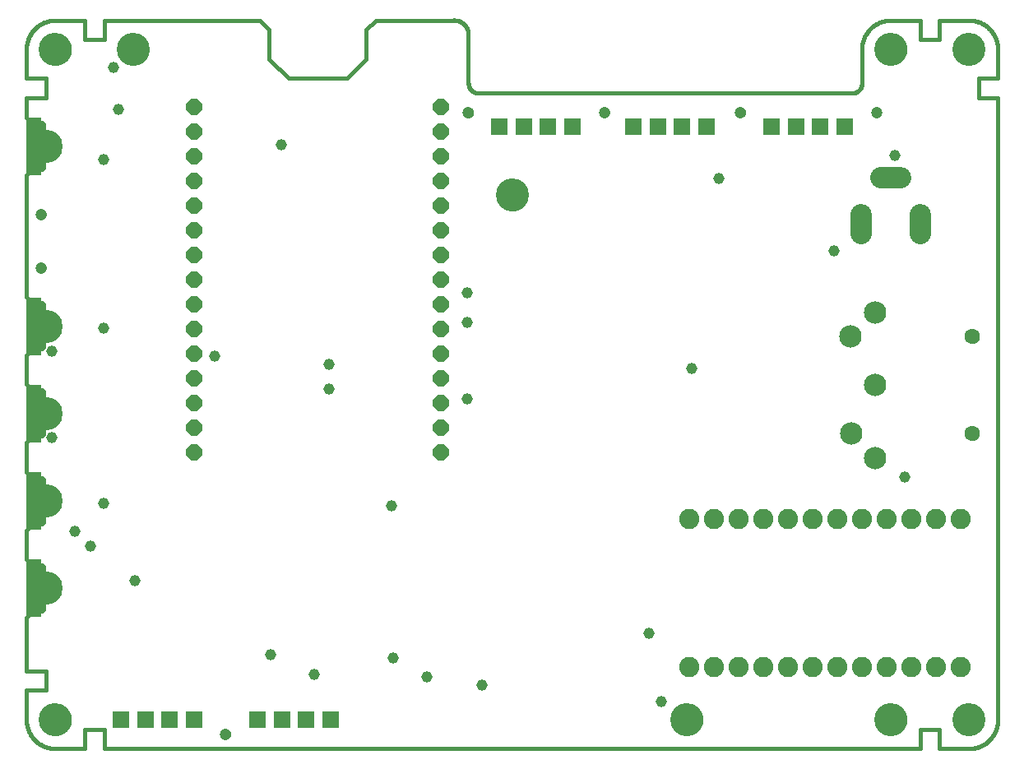
<source format=gbs>
G75*
%MOIN*%
%OFA0B0*%
%FSLAX25Y25*%
%IPPOS*%
%LPD*%
%AMOC8*
5,1,8,0,0,1.08239X$1,22.5*
%
%ADD10C,0.00000*%
%ADD11C,0.04737*%
%ADD12C,0.01600*%
%ADD13C,0.13398*%
%ADD14C,0.05524*%
%ADD15C,0.13461*%
%ADD16R,0.05906X0.23622*%
%ADD17R,0.06800X0.06800*%
%ADD18C,0.08200*%
%ADD19OC8,0.06400*%
%ADD20C,0.08674*%
%ADD21C,0.09068*%
%ADD22C,0.06312*%
%ADD23C,0.04550*%
D10*
X0051847Y0030793D02*
X0051849Y0030951D01*
X0051855Y0031109D01*
X0051865Y0031267D01*
X0051879Y0031425D01*
X0051897Y0031582D01*
X0051918Y0031739D01*
X0051944Y0031895D01*
X0051974Y0032051D01*
X0052007Y0032206D01*
X0052045Y0032359D01*
X0052086Y0032512D01*
X0052131Y0032664D01*
X0052180Y0032815D01*
X0052233Y0032964D01*
X0052289Y0033112D01*
X0052349Y0033258D01*
X0052413Y0033403D01*
X0052481Y0033546D01*
X0052552Y0033688D01*
X0052626Y0033828D01*
X0052704Y0033965D01*
X0052786Y0034101D01*
X0052870Y0034235D01*
X0052959Y0034366D01*
X0053050Y0034495D01*
X0053145Y0034622D01*
X0053242Y0034747D01*
X0053343Y0034869D01*
X0053447Y0034988D01*
X0053554Y0035105D01*
X0053664Y0035219D01*
X0053777Y0035330D01*
X0053892Y0035439D01*
X0054010Y0035544D01*
X0054131Y0035646D01*
X0054254Y0035746D01*
X0054380Y0035842D01*
X0054508Y0035935D01*
X0054638Y0036025D01*
X0054771Y0036111D01*
X0054906Y0036195D01*
X0055042Y0036274D01*
X0055181Y0036351D01*
X0055322Y0036423D01*
X0055464Y0036493D01*
X0055608Y0036558D01*
X0055754Y0036620D01*
X0055901Y0036678D01*
X0056050Y0036733D01*
X0056200Y0036784D01*
X0056351Y0036831D01*
X0056503Y0036874D01*
X0056656Y0036913D01*
X0056811Y0036949D01*
X0056966Y0036980D01*
X0057122Y0037008D01*
X0057278Y0037032D01*
X0057435Y0037052D01*
X0057593Y0037068D01*
X0057750Y0037080D01*
X0057909Y0037088D01*
X0058067Y0037092D01*
X0058225Y0037092D01*
X0058383Y0037088D01*
X0058542Y0037080D01*
X0058699Y0037068D01*
X0058857Y0037052D01*
X0059014Y0037032D01*
X0059170Y0037008D01*
X0059326Y0036980D01*
X0059481Y0036949D01*
X0059636Y0036913D01*
X0059789Y0036874D01*
X0059941Y0036831D01*
X0060092Y0036784D01*
X0060242Y0036733D01*
X0060391Y0036678D01*
X0060538Y0036620D01*
X0060684Y0036558D01*
X0060828Y0036493D01*
X0060970Y0036423D01*
X0061111Y0036351D01*
X0061250Y0036274D01*
X0061386Y0036195D01*
X0061521Y0036111D01*
X0061654Y0036025D01*
X0061784Y0035935D01*
X0061912Y0035842D01*
X0062038Y0035746D01*
X0062161Y0035646D01*
X0062282Y0035544D01*
X0062400Y0035439D01*
X0062515Y0035330D01*
X0062628Y0035219D01*
X0062738Y0035105D01*
X0062845Y0034988D01*
X0062949Y0034869D01*
X0063050Y0034747D01*
X0063147Y0034622D01*
X0063242Y0034495D01*
X0063333Y0034366D01*
X0063422Y0034235D01*
X0063506Y0034101D01*
X0063588Y0033965D01*
X0063666Y0033828D01*
X0063740Y0033688D01*
X0063811Y0033546D01*
X0063879Y0033403D01*
X0063943Y0033258D01*
X0064003Y0033112D01*
X0064059Y0032964D01*
X0064112Y0032815D01*
X0064161Y0032664D01*
X0064206Y0032512D01*
X0064247Y0032359D01*
X0064285Y0032206D01*
X0064318Y0032051D01*
X0064348Y0031895D01*
X0064374Y0031739D01*
X0064395Y0031582D01*
X0064413Y0031425D01*
X0064427Y0031267D01*
X0064437Y0031109D01*
X0064443Y0030951D01*
X0064445Y0030793D01*
X0064443Y0030635D01*
X0064437Y0030477D01*
X0064427Y0030319D01*
X0064413Y0030161D01*
X0064395Y0030004D01*
X0064374Y0029847D01*
X0064348Y0029691D01*
X0064318Y0029535D01*
X0064285Y0029380D01*
X0064247Y0029227D01*
X0064206Y0029074D01*
X0064161Y0028922D01*
X0064112Y0028771D01*
X0064059Y0028622D01*
X0064003Y0028474D01*
X0063943Y0028328D01*
X0063879Y0028183D01*
X0063811Y0028040D01*
X0063740Y0027898D01*
X0063666Y0027758D01*
X0063588Y0027621D01*
X0063506Y0027485D01*
X0063422Y0027351D01*
X0063333Y0027220D01*
X0063242Y0027091D01*
X0063147Y0026964D01*
X0063050Y0026839D01*
X0062949Y0026717D01*
X0062845Y0026598D01*
X0062738Y0026481D01*
X0062628Y0026367D01*
X0062515Y0026256D01*
X0062400Y0026147D01*
X0062282Y0026042D01*
X0062161Y0025940D01*
X0062038Y0025840D01*
X0061912Y0025744D01*
X0061784Y0025651D01*
X0061654Y0025561D01*
X0061521Y0025475D01*
X0061386Y0025391D01*
X0061250Y0025312D01*
X0061111Y0025235D01*
X0060970Y0025163D01*
X0060828Y0025093D01*
X0060684Y0025028D01*
X0060538Y0024966D01*
X0060391Y0024908D01*
X0060242Y0024853D01*
X0060092Y0024802D01*
X0059941Y0024755D01*
X0059789Y0024712D01*
X0059636Y0024673D01*
X0059481Y0024637D01*
X0059326Y0024606D01*
X0059170Y0024578D01*
X0059014Y0024554D01*
X0058857Y0024534D01*
X0058699Y0024518D01*
X0058542Y0024506D01*
X0058383Y0024498D01*
X0058225Y0024494D01*
X0058067Y0024494D01*
X0057909Y0024498D01*
X0057750Y0024506D01*
X0057593Y0024518D01*
X0057435Y0024534D01*
X0057278Y0024554D01*
X0057122Y0024578D01*
X0056966Y0024606D01*
X0056811Y0024637D01*
X0056656Y0024673D01*
X0056503Y0024712D01*
X0056351Y0024755D01*
X0056200Y0024802D01*
X0056050Y0024853D01*
X0055901Y0024908D01*
X0055754Y0024966D01*
X0055608Y0025028D01*
X0055464Y0025093D01*
X0055322Y0025163D01*
X0055181Y0025235D01*
X0055042Y0025312D01*
X0054906Y0025391D01*
X0054771Y0025475D01*
X0054638Y0025561D01*
X0054508Y0025651D01*
X0054380Y0025744D01*
X0054254Y0025840D01*
X0054131Y0025940D01*
X0054010Y0026042D01*
X0053892Y0026147D01*
X0053777Y0026256D01*
X0053664Y0026367D01*
X0053554Y0026481D01*
X0053447Y0026598D01*
X0053343Y0026717D01*
X0053242Y0026839D01*
X0053145Y0026964D01*
X0053050Y0027091D01*
X0052959Y0027220D01*
X0052870Y0027351D01*
X0052786Y0027485D01*
X0052704Y0027621D01*
X0052626Y0027758D01*
X0052552Y0027898D01*
X0052481Y0028040D01*
X0052413Y0028183D01*
X0052349Y0028328D01*
X0052289Y0028474D01*
X0052233Y0028622D01*
X0052180Y0028771D01*
X0052131Y0028922D01*
X0052086Y0029074D01*
X0052045Y0029227D01*
X0052007Y0029380D01*
X0051974Y0029535D01*
X0051944Y0029691D01*
X0051918Y0029847D01*
X0051897Y0030004D01*
X0051879Y0030161D01*
X0051865Y0030319D01*
X0051855Y0030477D01*
X0051849Y0030635D01*
X0051847Y0030793D01*
X0125074Y0024887D02*
X0125076Y0024975D01*
X0125082Y0025063D01*
X0125092Y0025151D01*
X0125106Y0025239D01*
X0125123Y0025325D01*
X0125145Y0025411D01*
X0125170Y0025495D01*
X0125200Y0025579D01*
X0125232Y0025661D01*
X0125269Y0025741D01*
X0125309Y0025820D01*
X0125353Y0025897D01*
X0125400Y0025972D01*
X0125450Y0026044D01*
X0125504Y0026115D01*
X0125560Y0026182D01*
X0125620Y0026248D01*
X0125682Y0026310D01*
X0125748Y0026370D01*
X0125815Y0026426D01*
X0125886Y0026480D01*
X0125958Y0026530D01*
X0126033Y0026577D01*
X0126110Y0026621D01*
X0126189Y0026661D01*
X0126269Y0026698D01*
X0126351Y0026730D01*
X0126435Y0026760D01*
X0126519Y0026785D01*
X0126605Y0026807D01*
X0126691Y0026824D01*
X0126779Y0026838D01*
X0126867Y0026848D01*
X0126955Y0026854D01*
X0127043Y0026856D01*
X0127131Y0026854D01*
X0127219Y0026848D01*
X0127307Y0026838D01*
X0127395Y0026824D01*
X0127481Y0026807D01*
X0127567Y0026785D01*
X0127651Y0026760D01*
X0127735Y0026730D01*
X0127817Y0026698D01*
X0127897Y0026661D01*
X0127976Y0026621D01*
X0128053Y0026577D01*
X0128128Y0026530D01*
X0128200Y0026480D01*
X0128271Y0026426D01*
X0128338Y0026370D01*
X0128404Y0026310D01*
X0128466Y0026248D01*
X0128526Y0026182D01*
X0128582Y0026115D01*
X0128636Y0026044D01*
X0128686Y0025972D01*
X0128733Y0025897D01*
X0128777Y0025820D01*
X0128817Y0025741D01*
X0128854Y0025661D01*
X0128886Y0025579D01*
X0128916Y0025495D01*
X0128941Y0025411D01*
X0128963Y0025325D01*
X0128980Y0025239D01*
X0128994Y0025151D01*
X0129004Y0025063D01*
X0129010Y0024975D01*
X0129012Y0024887D01*
X0129010Y0024799D01*
X0129004Y0024711D01*
X0128994Y0024623D01*
X0128980Y0024535D01*
X0128963Y0024449D01*
X0128941Y0024363D01*
X0128916Y0024279D01*
X0128886Y0024195D01*
X0128854Y0024113D01*
X0128817Y0024033D01*
X0128777Y0023954D01*
X0128733Y0023877D01*
X0128686Y0023802D01*
X0128636Y0023730D01*
X0128582Y0023659D01*
X0128526Y0023592D01*
X0128466Y0023526D01*
X0128404Y0023464D01*
X0128338Y0023404D01*
X0128271Y0023348D01*
X0128200Y0023294D01*
X0128128Y0023244D01*
X0128053Y0023197D01*
X0127976Y0023153D01*
X0127897Y0023113D01*
X0127817Y0023076D01*
X0127735Y0023044D01*
X0127651Y0023014D01*
X0127567Y0022989D01*
X0127481Y0022967D01*
X0127395Y0022950D01*
X0127307Y0022936D01*
X0127219Y0022926D01*
X0127131Y0022920D01*
X0127043Y0022918D01*
X0126955Y0022920D01*
X0126867Y0022926D01*
X0126779Y0022936D01*
X0126691Y0022950D01*
X0126605Y0022967D01*
X0126519Y0022989D01*
X0126435Y0023014D01*
X0126351Y0023044D01*
X0126269Y0023076D01*
X0126189Y0023113D01*
X0126110Y0023153D01*
X0126033Y0023197D01*
X0125958Y0023244D01*
X0125886Y0023294D01*
X0125815Y0023348D01*
X0125748Y0023404D01*
X0125682Y0023464D01*
X0125620Y0023526D01*
X0125560Y0023592D01*
X0125504Y0023659D01*
X0125450Y0023730D01*
X0125400Y0023802D01*
X0125353Y0023877D01*
X0125309Y0023954D01*
X0125269Y0024033D01*
X0125232Y0024113D01*
X0125200Y0024195D01*
X0125170Y0024279D01*
X0125145Y0024363D01*
X0125123Y0024449D01*
X0125106Y0024535D01*
X0125092Y0024623D01*
X0125082Y0024711D01*
X0125076Y0024799D01*
X0125074Y0024887D01*
X0125076Y0024975D01*
X0125082Y0025063D01*
X0125092Y0025151D01*
X0125106Y0025239D01*
X0125123Y0025325D01*
X0125145Y0025411D01*
X0125170Y0025495D01*
X0125200Y0025579D01*
X0125232Y0025661D01*
X0125269Y0025741D01*
X0125309Y0025820D01*
X0125353Y0025897D01*
X0125400Y0025972D01*
X0125450Y0026044D01*
X0125504Y0026115D01*
X0125560Y0026182D01*
X0125620Y0026248D01*
X0125682Y0026310D01*
X0125748Y0026370D01*
X0125815Y0026426D01*
X0125886Y0026480D01*
X0125958Y0026530D01*
X0126033Y0026577D01*
X0126110Y0026621D01*
X0126189Y0026661D01*
X0126269Y0026698D01*
X0126351Y0026730D01*
X0126435Y0026760D01*
X0126519Y0026785D01*
X0126605Y0026807D01*
X0126691Y0026824D01*
X0126779Y0026838D01*
X0126867Y0026848D01*
X0126955Y0026854D01*
X0127043Y0026856D01*
X0127131Y0026854D01*
X0127219Y0026848D01*
X0127307Y0026838D01*
X0127395Y0026824D01*
X0127481Y0026807D01*
X0127567Y0026785D01*
X0127651Y0026760D01*
X0127735Y0026730D01*
X0127817Y0026698D01*
X0127897Y0026661D01*
X0127976Y0026621D01*
X0128053Y0026577D01*
X0128128Y0026530D01*
X0128200Y0026480D01*
X0128271Y0026426D01*
X0128338Y0026370D01*
X0128404Y0026310D01*
X0128466Y0026248D01*
X0128526Y0026182D01*
X0128582Y0026115D01*
X0128636Y0026044D01*
X0128686Y0025972D01*
X0128733Y0025897D01*
X0128777Y0025820D01*
X0128817Y0025741D01*
X0128854Y0025661D01*
X0128886Y0025579D01*
X0128916Y0025495D01*
X0128941Y0025411D01*
X0128963Y0025325D01*
X0128980Y0025239D01*
X0128994Y0025151D01*
X0129004Y0025063D01*
X0129010Y0024975D01*
X0129012Y0024887D01*
X0129010Y0024799D01*
X0129004Y0024711D01*
X0128994Y0024623D01*
X0128980Y0024535D01*
X0128963Y0024449D01*
X0128941Y0024363D01*
X0128916Y0024279D01*
X0128886Y0024195D01*
X0128854Y0024113D01*
X0128817Y0024033D01*
X0128777Y0023954D01*
X0128733Y0023877D01*
X0128686Y0023802D01*
X0128636Y0023730D01*
X0128582Y0023659D01*
X0128526Y0023592D01*
X0128466Y0023526D01*
X0128404Y0023464D01*
X0128338Y0023404D01*
X0128271Y0023348D01*
X0128200Y0023294D01*
X0128128Y0023244D01*
X0128053Y0023197D01*
X0127976Y0023153D01*
X0127897Y0023113D01*
X0127817Y0023076D01*
X0127735Y0023044D01*
X0127651Y0023014D01*
X0127567Y0022989D01*
X0127481Y0022967D01*
X0127395Y0022950D01*
X0127307Y0022936D01*
X0127219Y0022926D01*
X0127131Y0022920D01*
X0127043Y0022918D01*
X0126955Y0022920D01*
X0126867Y0022926D01*
X0126779Y0022936D01*
X0126691Y0022950D01*
X0126605Y0022967D01*
X0126519Y0022989D01*
X0126435Y0023014D01*
X0126351Y0023044D01*
X0126269Y0023076D01*
X0126189Y0023113D01*
X0126110Y0023153D01*
X0126033Y0023197D01*
X0125958Y0023244D01*
X0125886Y0023294D01*
X0125815Y0023348D01*
X0125748Y0023404D01*
X0125682Y0023464D01*
X0125620Y0023526D01*
X0125560Y0023592D01*
X0125504Y0023659D01*
X0125450Y0023730D01*
X0125400Y0023802D01*
X0125353Y0023877D01*
X0125309Y0023954D01*
X0125269Y0024033D01*
X0125232Y0024113D01*
X0125200Y0024195D01*
X0125170Y0024279D01*
X0125145Y0024363D01*
X0125123Y0024449D01*
X0125106Y0024535D01*
X0125092Y0024623D01*
X0125082Y0024711D01*
X0125076Y0024799D01*
X0125074Y0024887D01*
X0307752Y0030793D02*
X0307754Y0030951D01*
X0307760Y0031109D01*
X0307770Y0031267D01*
X0307784Y0031425D01*
X0307802Y0031582D01*
X0307823Y0031739D01*
X0307849Y0031895D01*
X0307879Y0032051D01*
X0307912Y0032206D01*
X0307950Y0032359D01*
X0307991Y0032512D01*
X0308036Y0032664D01*
X0308085Y0032815D01*
X0308138Y0032964D01*
X0308194Y0033112D01*
X0308254Y0033258D01*
X0308318Y0033403D01*
X0308386Y0033546D01*
X0308457Y0033688D01*
X0308531Y0033828D01*
X0308609Y0033965D01*
X0308691Y0034101D01*
X0308775Y0034235D01*
X0308864Y0034366D01*
X0308955Y0034495D01*
X0309050Y0034622D01*
X0309147Y0034747D01*
X0309248Y0034869D01*
X0309352Y0034988D01*
X0309459Y0035105D01*
X0309569Y0035219D01*
X0309682Y0035330D01*
X0309797Y0035439D01*
X0309915Y0035544D01*
X0310036Y0035646D01*
X0310159Y0035746D01*
X0310285Y0035842D01*
X0310413Y0035935D01*
X0310543Y0036025D01*
X0310676Y0036111D01*
X0310811Y0036195D01*
X0310947Y0036274D01*
X0311086Y0036351D01*
X0311227Y0036423D01*
X0311369Y0036493D01*
X0311513Y0036558D01*
X0311659Y0036620D01*
X0311806Y0036678D01*
X0311955Y0036733D01*
X0312105Y0036784D01*
X0312256Y0036831D01*
X0312408Y0036874D01*
X0312561Y0036913D01*
X0312716Y0036949D01*
X0312871Y0036980D01*
X0313027Y0037008D01*
X0313183Y0037032D01*
X0313340Y0037052D01*
X0313498Y0037068D01*
X0313655Y0037080D01*
X0313814Y0037088D01*
X0313972Y0037092D01*
X0314130Y0037092D01*
X0314288Y0037088D01*
X0314447Y0037080D01*
X0314604Y0037068D01*
X0314762Y0037052D01*
X0314919Y0037032D01*
X0315075Y0037008D01*
X0315231Y0036980D01*
X0315386Y0036949D01*
X0315541Y0036913D01*
X0315694Y0036874D01*
X0315846Y0036831D01*
X0315997Y0036784D01*
X0316147Y0036733D01*
X0316296Y0036678D01*
X0316443Y0036620D01*
X0316589Y0036558D01*
X0316733Y0036493D01*
X0316875Y0036423D01*
X0317016Y0036351D01*
X0317155Y0036274D01*
X0317291Y0036195D01*
X0317426Y0036111D01*
X0317559Y0036025D01*
X0317689Y0035935D01*
X0317817Y0035842D01*
X0317943Y0035746D01*
X0318066Y0035646D01*
X0318187Y0035544D01*
X0318305Y0035439D01*
X0318420Y0035330D01*
X0318533Y0035219D01*
X0318643Y0035105D01*
X0318750Y0034988D01*
X0318854Y0034869D01*
X0318955Y0034747D01*
X0319052Y0034622D01*
X0319147Y0034495D01*
X0319238Y0034366D01*
X0319327Y0034235D01*
X0319411Y0034101D01*
X0319493Y0033965D01*
X0319571Y0033828D01*
X0319645Y0033688D01*
X0319716Y0033546D01*
X0319784Y0033403D01*
X0319848Y0033258D01*
X0319908Y0033112D01*
X0319964Y0032964D01*
X0320017Y0032815D01*
X0320066Y0032664D01*
X0320111Y0032512D01*
X0320152Y0032359D01*
X0320190Y0032206D01*
X0320223Y0032051D01*
X0320253Y0031895D01*
X0320279Y0031739D01*
X0320300Y0031582D01*
X0320318Y0031425D01*
X0320332Y0031267D01*
X0320342Y0031109D01*
X0320348Y0030951D01*
X0320350Y0030793D01*
X0320348Y0030635D01*
X0320342Y0030477D01*
X0320332Y0030319D01*
X0320318Y0030161D01*
X0320300Y0030004D01*
X0320279Y0029847D01*
X0320253Y0029691D01*
X0320223Y0029535D01*
X0320190Y0029380D01*
X0320152Y0029227D01*
X0320111Y0029074D01*
X0320066Y0028922D01*
X0320017Y0028771D01*
X0319964Y0028622D01*
X0319908Y0028474D01*
X0319848Y0028328D01*
X0319784Y0028183D01*
X0319716Y0028040D01*
X0319645Y0027898D01*
X0319571Y0027758D01*
X0319493Y0027621D01*
X0319411Y0027485D01*
X0319327Y0027351D01*
X0319238Y0027220D01*
X0319147Y0027091D01*
X0319052Y0026964D01*
X0318955Y0026839D01*
X0318854Y0026717D01*
X0318750Y0026598D01*
X0318643Y0026481D01*
X0318533Y0026367D01*
X0318420Y0026256D01*
X0318305Y0026147D01*
X0318187Y0026042D01*
X0318066Y0025940D01*
X0317943Y0025840D01*
X0317817Y0025744D01*
X0317689Y0025651D01*
X0317559Y0025561D01*
X0317426Y0025475D01*
X0317291Y0025391D01*
X0317155Y0025312D01*
X0317016Y0025235D01*
X0316875Y0025163D01*
X0316733Y0025093D01*
X0316589Y0025028D01*
X0316443Y0024966D01*
X0316296Y0024908D01*
X0316147Y0024853D01*
X0315997Y0024802D01*
X0315846Y0024755D01*
X0315694Y0024712D01*
X0315541Y0024673D01*
X0315386Y0024637D01*
X0315231Y0024606D01*
X0315075Y0024578D01*
X0314919Y0024554D01*
X0314762Y0024534D01*
X0314604Y0024518D01*
X0314447Y0024506D01*
X0314288Y0024498D01*
X0314130Y0024494D01*
X0313972Y0024494D01*
X0313814Y0024498D01*
X0313655Y0024506D01*
X0313498Y0024518D01*
X0313340Y0024534D01*
X0313183Y0024554D01*
X0313027Y0024578D01*
X0312871Y0024606D01*
X0312716Y0024637D01*
X0312561Y0024673D01*
X0312408Y0024712D01*
X0312256Y0024755D01*
X0312105Y0024802D01*
X0311955Y0024853D01*
X0311806Y0024908D01*
X0311659Y0024966D01*
X0311513Y0025028D01*
X0311369Y0025093D01*
X0311227Y0025163D01*
X0311086Y0025235D01*
X0310947Y0025312D01*
X0310811Y0025391D01*
X0310676Y0025475D01*
X0310543Y0025561D01*
X0310413Y0025651D01*
X0310285Y0025744D01*
X0310159Y0025840D01*
X0310036Y0025940D01*
X0309915Y0026042D01*
X0309797Y0026147D01*
X0309682Y0026256D01*
X0309569Y0026367D01*
X0309459Y0026481D01*
X0309352Y0026598D01*
X0309248Y0026717D01*
X0309147Y0026839D01*
X0309050Y0026964D01*
X0308955Y0027091D01*
X0308864Y0027220D01*
X0308775Y0027351D01*
X0308691Y0027485D01*
X0308609Y0027621D01*
X0308531Y0027758D01*
X0308457Y0027898D01*
X0308386Y0028040D01*
X0308318Y0028183D01*
X0308254Y0028328D01*
X0308194Y0028474D01*
X0308138Y0028622D01*
X0308085Y0028771D01*
X0308036Y0028922D01*
X0307991Y0029074D01*
X0307950Y0029227D01*
X0307912Y0029380D01*
X0307879Y0029535D01*
X0307849Y0029691D01*
X0307823Y0029847D01*
X0307802Y0030004D01*
X0307784Y0030161D01*
X0307770Y0030319D01*
X0307760Y0030477D01*
X0307754Y0030635D01*
X0307752Y0030793D01*
X0390429Y0030793D02*
X0390431Y0030951D01*
X0390437Y0031109D01*
X0390447Y0031267D01*
X0390461Y0031425D01*
X0390479Y0031582D01*
X0390500Y0031739D01*
X0390526Y0031895D01*
X0390556Y0032051D01*
X0390589Y0032206D01*
X0390627Y0032359D01*
X0390668Y0032512D01*
X0390713Y0032664D01*
X0390762Y0032815D01*
X0390815Y0032964D01*
X0390871Y0033112D01*
X0390931Y0033258D01*
X0390995Y0033403D01*
X0391063Y0033546D01*
X0391134Y0033688D01*
X0391208Y0033828D01*
X0391286Y0033965D01*
X0391368Y0034101D01*
X0391452Y0034235D01*
X0391541Y0034366D01*
X0391632Y0034495D01*
X0391727Y0034622D01*
X0391824Y0034747D01*
X0391925Y0034869D01*
X0392029Y0034988D01*
X0392136Y0035105D01*
X0392246Y0035219D01*
X0392359Y0035330D01*
X0392474Y0035439D01*
X0392592Y0035544D01*
X0392713Y0035646D01*
X0392836Y0035746D01*
X0392962Y0035842D01*
X0393090Y0035935D01*
X0393220Y0036025D01*
X0393353Y0036111D01*
X0393488Y0036195D01*
X0393624Y0036274D01*
X0393763Y0036351D01*
X0393904Y0036423D01*
X0394046Y0036493D01*
X0394190Y0036558D01*
X0394336Y0036620D01*
X0394483Y0036678D01*
X0394632Y0036733D01*
X0394782Y0036784D01*
X0394933Y0036831D01*
X0395085Y0036874D01*
X0395238Y0036913D01*
X0395393Y0036949D01*
X0395548Y0036980D01*
X0395704Y0037008D01*
X0395860Y0037032D01*
X0396017Y0037052D01*
X0396175Y0037068D01*
X0396332Y0037080D01*
X0396491Y0037088D01*
X0396649Y0037092D01*
X0396807Y0037092D01*
X0396965Y0037088D01*
X0397124Y0037080D01*
X0397281Y0037068D01*
X0397439Y0037052D01*
X0397596Y0037032D01*
X0397752Y0037008D01*
X0397908Y0036980D01*
X0398063Y0036949D01*
X0398218Y0036913D01*
X0398371Y0036874D01*
X0398523Y0036831D01*
X0398674Y0036784D01*
X0398824Y0036733D01*
X0398973Y0036678D01*
X0399120Y0036620D01*
X0399266Y0036558D01*
X0399410Y0036493D01*
X0399552Y0036423D01*
X0399693Y0036351D01*
X0399832Y0036274D01*
X0399968Y0036195D01*
X0400103Y0036111D01*
X0400236Y0036025D01*
X0400366Y0035935D01*
X0400494Y0035842D01*
X0400620Y0035746D01*
X0400743Y0035646D01*
X0400864Y0035544D01*
X0400982Y0035439D01*
X0401097Y0035330D01*
X0401210Y0035219D01*
X0401320Y0035105D01*
X0401427Y0034988D01*
X0401531Y0034869D01*
X0401632Y0034747D01*
X0401729Y0034622D01*
X0401824Y0034495D01*
X0401915Y0034366D01*
X0402004Y0034235D01*
X0402088Y0034101D01*
X0402170Y0033965D01*
X0402248Y0033828D01*
X0402322Y0033688D01*
X0402393Y0033546D01*
X0402461Y0033403D01*
X0402525Y0033258D01*
X0402585Y0033112D01*
X0402641Y0032964D01*
X0402694Y0032815D01*
X0402743Y0032664D01*
X0402788Y0032512D01*
X0402829Y0032359D01*
X0402867Y0032206D01*
X0402900Y0032051D01*
X0402930Y0031895D01*
X0402956Y0031739D01*
X0402977Y0031582D01*
X0402995Y0031425D01*
X0403009Y0031267D01*
X0403019Y0031109D01*
X0403025Y0030951D01*
X0403027Y0030793D01*
X0403025Y0030635D01*
X0403019Y0030477D01*
X0403009Y0030319D01*
X0402995Y0030161D01*
X0402977Y0030004D01*
X0402956Y0029847D01*
X0402930Y0029691D01*
X0402900Y0029535D01*
X0402867Y0029380D01*
X0402829Y0029227D01*
X0402788Y0029074D01*
X0402743Y0028922D01*
X0402694Y0028771D01*
X0402641Y0028622D01*
X0402585Y0028474D01*
X0402525Y0028328D01*
X0402461Y0028183D01*
X0402393Y0028040D01*
X0402322Y0027898D01*
X0402248Y0027758D01*
X0402170Y0027621D01*
X0402088Y0027485D01*
X0402004Y0027351D01*
X0401915Y0027220D01*
X0401824Y0027091D01*
X0401729Y0026964D01*
X0401632Y0026839D01*
X0401531Y0026717D01*
X0401427Y0026598D01*
X0401320Y0026481D01*
X0401210Y0026367D01*
X0401097Y0026256D01*
X0400982Y0026147D01*
X0400864Y0026042D01*
X0400743Y0025940D01*
X0400620Y0025840D01*
X0400494Y0025744D01*
X0400366Y0025651D01*
X0400236Y0025561D01*
X0400103Y0025475D01*
X0399968Y0025391D01*
X0399832Y0025312D01*
X0399693Y0025235D01*
X0399552Y0025163D01*
X0399410Y0025093D01*
X0399266Y0025028D01*
X0399120Y0024966D01*
X0398973Y0024908D01*
X0398824Y0024853D01*
X0398674Y0024802D01*
X0398523Y0024755D01*
X0398371Y0024712D01*
X0398218Y0024673D01*
X0398063Y0024637D01*
X0397908Y0024606D01*
X0397752Y0024578D01*
X0397596Y0024554D01*
X0397439Y0024534D01*
X0397281Y0024518D01*
X0397124Y0024506D01*
X0396965Y0024498D01*
X0396807Y0024494D01*
X0396649Y0024494D01*
X0396491Y0024498D01*
X0396332Y0024506D01*
X0396175Y0024518D01*
X0396017Y0024534D01*
X0395860Y0024554D01*
X0395704Y0024578D01*
X0395548Y0024606D01*
X0395393Y0024637D01*
X0395238Y0024673D01*
X0395085Y0024712D01*
X0394933Y0024755D01*
X0394782Y0024802D01*
X0394632Y0024853D01*
X0394483Y0024908D01*
X0394336Y0024966D01*
X0394190Y0025028D01*
X0394046Y0025093D01*
X0393904Y0025163D01*
X0393763Y0025235D01*
X0393624Y0025312D01*
X0393488Y0025391D01*
X0393353Y0025475D01*
X0393220Y0025561D01*
X0393090Y0025651D01*
X0392962Y0025744D01*
X0392836Y0025840D01*
X0392713Y0025940D01*
X0392592Y0026042D01*
X0392474Y0026147D01*
X0392359Y0026256D01*
X0392246Y0026367D01*
X0392136Y0026481D01*
X0392029Y0026598D01*
X0391925Y0026717D01*
X0391824Y0026839D01*
X0391727Y0026964D01*
X0391632Y0027091D01*
X0391541Y0027220D01*
X0391452Y0027351D01*
X0391368Y0027485D01*
X0391286Y0027621D01*
X0391208Y0027758D01*
X0391134Y0027898D01*
X0391063Y0028040D01*
X0390995Y0028183D01*
X0390931Y0028328D01*
X0390871Y0028474D01*
X0390815Y0028622D01*
X0390762Y0028771D01*
X0390713Y0028922D01*
X0390668Y0029074D01*
X0390627Y0029227D01*
X0390589Y0029380D01*
X0390556Y0029535D01*
X0390526Y0029691D01*
X0390500Y0029847D01*
X0390479Y0030004D01*
X0390461Y0030161D01*
X0390447Y0030319D01*
X0390437Y0030477D01*
X0390431Y0030635D01*
X0390429Y0030793D01*
X0421925Y0030793D02*
X0421927Y0030951D01*
X0421933Y0031109D01*
X0421943Y0031267D01*
X0421957Y0031425D01*
X0421975Y0031582D01*
X0421996Y0031739D01*
X0422022Y0031895D01*
X0422052Y0032051D01*
X0422085Y0032206D01*
X0422123Y0032359D01*
X0422164Y0032512D01*
X0422209Y0032664D01*
X0422258Y0032815D01*
X0422311Y0032964D01*
X0422367Y0033112D01*
X0422427Y0033258D01*
X0422491Y0033403D01*
X0422559Y0033546D01*
X0422630Y0033688D01*
X0422704Y0033828D01*
X0422782Y0033965D01*
X0422864Y0034101D01*
X0422948Y0034235D01*
X0423037Y0034366D01*
X0423128Y0034495D01*
X0423223Y0034622D01*
X0423320Y0034747D01*
X0423421Y0034869D01*
X0423525Y0034988D01*
X0423632Y0035105D01*
X0423742Y0035219D01*
X0423855Y0035330D01*
X0423970Y0035439D01*
X0424088Y0035544D01*
X0424209Y0035646D01*
X0424332Y0035746D01*
X0424458Y0035842D01*
X0424586Y0035935D01*
X0424716Y0036025D01*
X0424849Y0036111D01*
X0424984Y0036195D01*
X0425120Y0036274D01*
X0425259Y0036351D01*
X0425400Y0036423D01*
X0425542Y0036493D01*
X0425686Y0036558D01*
X0425832Y0036620D01*
X0425979Y0036678D01*
X0426128Y0036733D01*
X0426278Y0036784D01*
X0426429Y0036831D01*
X0426581Y0036874D01*
X0426734Y0036913D01*
X0426889Y0036949D01*
X0427044Y0036980D01*
X0427200Y0037008D01*
X0427356Y0037032D01*
X0427513Y0037052D01*
X0427671Y0037068D01*
X0427828Y0037080D01*
X0427987Y0037088D01*
X0428145Y0037092D01*
X0428303Y0037092D01*
X0428461Y0037088D01*
X0428620Y0037080D01*
X0428777Y0037068D01*
X0428935Y0037052D01*
X0429092Y0037032D01*
X0429248Y0037008D01*
X0429404Y0036980D01*
X0429559Y0036949D01*
X0429714Y0036913D01*
X0429867Y0036874D01*
X0430019Y0036831D01*
X0430170Y0036784D01*
X0430320Y0036733D01*
X0430469Y0036678D01*
X0430616Y0036620D01*
X0430762Y0036558D01*
X0430906Y0036493D01*
X0431048Y0036423D01*
X0431189Y0036351D01*
X0431328Y0036274D01*
X0431464Y0036195D01*
X0431599Y0036111D01*
X0431732Y0036025D01*
X0431862Y0035935D01*
X0431990Y0035842D01*
X0432116Y0035746D01*
X0432239Y0035646D01*
X0432360Y0035544D01*
X0432478Y0035439D01*
X0432593Y0035330D01*
X0432706Y0035219D01*
X0432816Y0035105D01*
X0432923Y0034988D01*
X0433027Y0034869D01*
X0433128Y0034747D01*
X0433225Y0034622D01*
X0433320Y0034495D01*
X0433411Y0034366D01*
X0433500Y0034235D01*
X0433584Y0034101D01*
X0433666Y0033965D01*
X0433744Y0033828D01*
X0433818Y0033688D01*
X0433889Y0033546D01*
X0433957Y0033403D01*
X0434021Y0033258D01*
X0434081Y0033112D01*
X0434137Y0032964D01*
X0434190Y0032815D01*
X0434239Y0032664D01*
X0434284Y0032512D01*
X0434325Y0032359D01*
X0434363Y0032206D01*
X0434396Y0032051D01*
X0434426Y0031895D01*
X0434452Y0031739D01*
X0434473Y0031582D01*
X0434491Y0031425D01*
X0434505Y0031267D01*
X0434515Y0031109D01*
X0434521Y0030951D01*
X0434523Y0030793D01*
X0434521Y0030635D01*
X0434515Y0030477D01*
X0434505Y0030319D01*
X0434491Y0030161D01*
X0434473Y0030004D01*
X0434452Y0029847D01*
X0434426Y0029691D01*
X0434396Y0029535D01*
X0434363Y0029380D01*
X0434325Y0029227D01*
X0434284Y0029074D01*
X0434239Y0028922D01*
X0434190Y0028771D01*
X0434137Y0028622D01*
X0434081Y0028474D01*
X0434021Y0028328D01*
X0433957Y0028183D01*
X0433889Y0028040D01*
X0433818Y0027898D01*
X0433744Y0027758D01*
X0433666Y0027621D01*
X0433584Y0027485D01*
X0433500Y0027351D01*
X0433411Y0027220D01*
X0433320Y0027091D01*
X0433225Y0026964D01*
X0433128Y0026839D01*
X0433027Y0026717D01*
X0432923Y0026598D01*
X0432816Y0026481D01*
X0432706Y0026367D01*
X0432593Y0026256D01*
X0432478Y0026147D01*
X0432360Y0026042D01*
X0432239Y0025940D01*
X0432116Y0025840D01*
X0431990Y0025744D01*
X0431862Y0025651D01*
X0431732Y0025561D01*
X0431599Y0025475D01*
X0431464Y0025391D01*
X0431328Y0025312D01*
X0431189Y0025235D01*
X0431048Y0025163D01*
X0430906Y0025093D01*
X0430762Y0025028D01*
X0430616Y0024966D01*
X0430469Y0024908D01*
X0430320Y0024853D01*
X0430170Y0024802D01*
X0430019Y0024755D01*
X0429867Y0024712D01*
X0429714Y0024673D01*
X0429559Y0024637D01*
X0429404Y0024606D01*
X0429248Y0024578D01*
X0429092Y0024554D01*
X0428935Y0024534D01*
X0428777Y0024518D01*
X0428620Y0024506D01*
X0428461Y0024498D01*
X0428303Y0024494D01*
X0428145Y0024494D01*
X0427987Y0024498D01*
X0427828Y0024506D01*
X0427671Y0024518D01*
X0427513Y0024534D01*
X0427356Y0024554D01*
X0427200Y0024578D01*
X0427044Y0024606D01*
X0426889Y0024637D01*
X0426734Y0024673D01*
X0426581Y0024712D01*
X0426429Y0024755D01*
X0426278Y0024802D01*
X0426128Y0024853D01*
X0425979Y0024908D01*
X0425832Y0024966D01*
X0425686Y0025028D01*
X0425542Y0025093D01*
X0425400Y0025163D01*
X0425259Y0025235D01*
X0425120Y0025312D01*
X0424984Y0025391D01*
X0424849Y0025475D01*
X0424716Y0025561D01*
X0424586Y0025651D01*
X0424458Y0025744D01*
X0424332Y0025840D01*
X0424209Y0025940D01*
X0424088Y0026042D01*
X0423970Y0026147D01*
X0423855Y0026256D01*
X0423742Y0026367D01*
X0423632Y0026481D01*
X0423525Y0026598D01*
X0423421Y0026717D01*
X0423320Y0026839D01*
X0423223Y0026964D01*
X0423128Y0027091D01*
X0423037Y0027220D01*
X0422948Y0027351D01*
X0422864Y0027485D01*
X0422782Y0027621D01*
X0422704Y0027758D01*
X0422630Y0027898D01*
X0422559Y0028040D01*
X0422491Y0028183D01*
X0422427Y0028328D01*
X0422367Y0028474D01*
X0422311Y0028622D01*
X0422258Y0028771D01*
X0422209Y0028922D01*
X0422164Y0029074D01*
X0422123Y0029227D01*
X0422085Y0029380D01*
X0422052Y0029535D01*
X0422022Y0029691D01*
X0421996Y0029847D01*
X0421975Y0030004D01*
X0421957Y0030161D01*
X0421943Y0030319D01*
X0421933Y0030477D01*
X0421927Y0030635D01*
X0421925Y0030793D01*
X0426964Y0146856D02*
X0426966Y0146961D01*
X0426972Y0147066D01*
X0426982Y0147170D01*
X0426996Y0147274D01*
X0427014Y0147378D01*
X0427036Y0147480D01*
X0427061Y0147582D01*
X0427091Y0147683D01*
X0427124Y0147782D01*
X0427161Y0147880D01*
X0427202Y0147977D01*
X0427247Y0148072D01*
X0427295Y0148165D01*
X0427346Y0148257D01*
X0427402Y0148346D01*
X0427460Y0148433D01*
X0427522Y0148518D01*
X0427586Y0148601D01*
X0427654Y0148681D01*
X0427725Y0148758D01*
X0427799Y0148832D01*
X0427876Y0148904D01*
X0427955Y0148973D01*
X0428037Y0149038D01*
X0428121Y0149101D01*
X0428208Y0149160D01*
X0428297Y0149216D01*
X0428388Y0149269D01*
X0428481Y0149318D01*
X0428575Y0149363D01*
X0428671Y0149405D01*
X0428769Y0149443D01*
X0428868Y0149477D01*
X0428969Y0149508D01*
X0429070Y0149534D01*
X0429173Y0149557D01*
X0429276Y0149576D01*
X0429380Y0149591D01*
X0429484Y0149602D01*
X0429589Y0149609D01*
X0429694Y0149612D01*
X0429799Y0149611D01*
X0429904Y0149606D01*
X0430008Y0149597D01*
X0430112Y0149584D01*
X0430216Y0149567D01*
X0430319Y0149546D01*
X0430421Y0149521D01*
X0430522Y0149493D01*
X0430621Y0149460D01*
X0430720Y0149424D01*
X0430817Y0149384D01*
X0430912Y0149341D01*
X0431006Y0149293D01*
X0431098Y0149243D01*
X0431188Y0149189D01*
X0431276Y0149131D01*
X0431361Y0149070D01*
X0431444Y0149006D01*
X0431525Y0148939D01*
X0431603Y0148869D01*
X0431678Y0148795D01*
X0431750Y0148720D01*
X0431820Y0148641D01*
X0431886Y0148560D01*
X0431950Y0148476D01*
X0432010Y0148390D01*
X0432066Y0148302D01*
X0432120Y0148211D01*
X0432170Y0148119D01*
X0432216Y0148025D01*
X0432259Y0147929D01*
X0432298Y0147831D01*
X0432333Y0147733D01*
X0432364Y0147632D01*
X0432392Y0147531D01*
X0432416Y0147429D01*
X0432436Y0147326D01*
X0432452Y0147222D01*
X0432464Y0147118D01*
X0432472Y0147013D01*
X0432476Y0146908D01*
X0432476Y0146804D01*
X0432472Y0146699D01*
X0432464Y0146594D01*
X0432452Y0146490D01*
X0432436Y0146386D01*
X0432416Y0146283D01*
X0432392Y0146181D01*
X0432364Y0146080D01*
X0432333Y0145979D01*
X0432298Y0145881D01*
X0432259Y0145783D01*
X0432216Y0145687D01*
X0432170Y0145593D01*
X0432120Y0145501D01*
X0432066Y0145410D01*
X0432010Y0145322D01*
X0431950Y0145236D01*
X0431886Y0145152D01*
X0431820Y0145071D01*
X0431750Y0144992D01*
X0431678Y0144917D01*
X0431603Y0144843D01*
X0431525Y0144773D01*
X0431444Y0144706D01*
X0431361Y0144642D01*
X0431276Y0144581D01*
X0431188Y0144523D01*
X0431098Y0144469D01*
X0431006Y0144419D01*
X0430912Y0144371D01*
X0430817Y0144328D01*
X0430720Y0144288D01*
X0430621Y0144252D01*
X0430522Y0144219D01*
X0430421Y0144191D01*
X0430319Y0144166D01*
X0430216Y0144145D01*
X0430112Y0144128D01*
X0430008Y0144115D01*
X0429904Y0144106D01*
X0429799Y0144101D01*
X0429694Y0144100D01*
X0429589Y0144103D01*
X0429484Y0144110D01*
X0429380Y0144121D01*
X0429276Y0144136D01*
X0429173Y0144155D01*
X0429070Y0144178D01*
X0428969Y0144204D01*
X0428868Y0144235D01*
X0428769Y0144269D01*
X0428671Y0144307D01*
X0428575Y0144349D01*
X0428481Y0144394D01*
X0428388Y0144443D01*
X0428297Y0144496D01*
X0428208Y0144552D01*
X0428121Y0144611D01*
X0428037Y0144674D01*
X0427955Y0144739D01*
X0427876Y0144808D01*
X0427799Y0144880D01*
X0427725Y0144954D01*
X0427654Y0145031D01*
X0427586Y0145111D01*
X0427522Y0145194D01*
X0427460Y0145279D01*
X0427402Y0145366D01*
X0427346Y0145455D01*
X0427295Y0145547D01*
X0427247Y0145640D01*
X0427202Y0145735D01*
X0427161Y0145832D01*
X0427124Y0145930D01*
X0427091Y0146029D01*
X0427061Y0146130D01*
X0427036Y0146232D01*
X0427014Y0146334D01*
X0426996Y0146438D01*
X0426982Y0146542D01*
X0426972Y0146646D01*
X0426966Y0146751D01*
X0426964Y0146856D01*
X0426964Y0186186D02*
X0426966Y0186291D01*
X0426972Y0186396D01*
X0426982Y0186500D01*
X0426996Y0186604D01*
X0427014Y0186708D01*
X0427036Y0186810D01*
X0427061Y0186912D01*
X0427091Y0187013D01*
X0427124Y0187112D01*
X0427161Y0187210D01*
X0427202Y0187307D01*
X0427247Y0187402D01*
X0427295Y0187495D01*
X0427346Y0187587D01*
X0427402Y0187676D01*
X0427460Y0187763D01*
X0427522Y0187848D01*
X0427586Y0187931D01*
X0427654Y0188011D01*
X0427725Y0188088D01*
X0427799Y0188162D01*
X0427876Y0188234D01*
X0427955Y0188303D01*
X0428037Y0188368D01*
X0428121Y0188431D01*
X0428208Y0188490D01*
X0428297Y0188546D01*
X0428388Y0188599D01*
X0428481Y0188648D01*
X0428575Y0188693D01*
X0428671Y0188735D01*
X0428769Y0188773D01*
X0428868Y0188807D01*
X0428969Y0188838D01*
X0429070Y0188864D01*
X0429173Y0188887D01*
X0429276Y0188906D01*
X0429380Y0188921D01*
X0429484Y0188932D01*
X0429589Y0188939D01*
X0429694Y0188942D01*
X0429799Y0188941D01*
X0429904Y0188936D01*
X0430008Y0188927D01*
X0430112Y0188914D01*
X0430216Y0188897D01*
X0430319Y0188876D01*
X0430421Y0188851D01*
X0430522Y0188823D01*
X0430621Y0188790D01*
X0430720Y0188754D01*
X0430817Y0188714D01*
X0430912Y0188671D01*
X0431006Y0188623D01*
X0431098Y0188573D01*
X0431188Y0188519D01*
X0431276Y0188461D01*
X0431361Y0188400D01*
X0431444Y0188336D01*
X0431525Y0188269D01*
X0431603Y0188199D01*
X0431678Y0188125D01*
X0431750Y0188050D01*
X0431820Y0187971D01*
X0431886Y0187890D01*
X0431950Y0187806D01*
X0432010Y0187720D01*
X0432066Y0187632D01*
X0432120Y0187541D01*
X0432170Y0187449D01*
X0432216Y0187355D01*
X0432259Y0187259D01*
X0432298Y0187161D01*
X0432333Y0187063D01*
X0432364Y0186962D01*
X0432392Y0186861D01*
X0432416Y0186759D01*
X0432436Y0186656D01*
X0432452Y0186552D01*
X0432464Y0186448D01*
X0432472Y0186343D01*
X0432476Y0186238D01*
X0432476Y0186134D01*
X0432472Y0186029D01*
X0432464Y0185924D01*
X0432452Y0185820D01*
X0432436Y0185716D01*
X0432416Y0185613D01*
X0432392Y0185511D01*
X0432364Y0185410D01*
X0432333Y0185309D01*
X0432298Y0185211D01*
X0432259Y0185113D01*
X0432216Y0185017D01*
X0432170Y0184923D01*
X0432120Y0184831D01*
X0432066Y0184740D01*
X0432010Y0184652D01*
X0431950Y0184566D01*
X0431886Y0184482D01*
X0431820Y0184401D01*
X0431750Y0184322D01*
X0431678Y0184247D01*
X0431603Y0184173D01*
X0431525Y0184103D01*
X0431444Y0184036D01*
X0431361Y0183972D01*
X0431276Y0183911D01*
X0431188Y0183853D01*
X0431098Y0183799D01*
X0431006Y0183749D01*
X0430912Y0183701D01*
X0430817Y0183658D01*
X0430720Y0183618D01*
X0430621Y0183582D01*
X0430522Y0183549D01*
X0430421Y0183521D01*
X0430319Y0183496D01*
X0430216Y0183475D01*
X0430112Y0183458D01*
X0430008Y0183445D01*
X0429904Y0183436D01*
X0429799Y0183431D01*
X0429694Y0183430D01*
X0429589Y0183433D01*
X0429484Y0183440D01*
X0429380Y0183451D01*
X0429276Y0183466D01*
X0429173Y0183485D01*
X0429070Y0183508D01*
X0428969Y0183534D01*
X0428868Y0183565D01*
X0428769Y0183599D01*
X0428671Y0183637D01*
X0428575Y0183679D01*
X0428481Y0183724D01*
X0428388Y0183773D01*
X0428297Y0183826D01*
X0428208Y0183882D01*
X0428121Y0183941D01*
X0428037Y0184004D01*
X0427955Y0184069D01*
X0427876Y0184138D01*
X0427799Y0184210D01*
X0427725Y0184284D01*
X0427654Y0184361D01*
X0427586Y0184441D01*
X0427522Y0184524D01*
X0427460Y0184609D01*
X0427402Y0184696D01*
X0427346Y0184785D01*
X0427295Y0184877D01*
X0427247Y0184970D01*
X0427202Y0185065D01*
X0427161Y0185162D01*
X0427124Y0185260D01*
X0427091Y0185359D01*
X0427061Y0185460D01*
X0427036Y0185562D01*
X0427014Y0185664D01*
X0426996Y0185768D01*
X0426982Y0185872D01*
X0426972Y0185976D01*
X0426966Y0186081D01*
X0426964Y0186186D01*
X0388854Y0276856D02*
X0388856Y0276944D01*
X0388862Y0277032D01*
X0388872Y0277120D01*
X0388886Y0277208D01*
X0388903Y0277294D01*
X0388925Y0277380D01*
X0388950Y0277464D01*
X0388980Y0277548D01*
X0389012Y0277630D01*
X0389049Y0277710D01*
X0389089Y0277789D01*
X0389133Y0277866D01*
X0389180Y0277941D01*
X0389230Y0278013D01*
X0389284Y0278084D01*
X0389340Y0278151D01*
X0389400Y0278217D01*
X0389462Y0278279D01*
X0389528Y0278339D01*
X0389595Y0278395D01*
X0389666Y0278449D01*
X0389738Y0278499D01*
X0389813Y0278546D01*
X0389890Y0278590D01*
X0389969Y0278630D01*
X0390049Y0278667D01*
X0390131Y0278699D01*
X0390215Y0278729D01*
X0390299Y0278754D01*
X0390385Y0278776D01*
X0390471Y0278793D01*
X0390559Y0278807D01*
X0390647Y0278817D01*
X0390735Y0278823D01*
X0390823Y0278825D01*
X0390911Y0278823D01*
X0390999Y0278817D01*
X0391087Y0278807D01*
X0391175Y0278793D01*
X0391261Y0278776D01*
X0391347Y0278754D01*
X0391431Y0278729D01*
X0391515Y0278699D01*
X0391597Y0278667D01*
X0391677Y0278630D01*
X0391756Y0278590D01*
X0391833Y0278546D01*
X0391908Y0278499D01*
X0391980Y0278449D01*
X0392051Y0278395D01*
X0392118Y0278339D01*
X0392184Y0278279D01*
X0392246Y0278217D01*
X0392306Y0278151D01*
X0392362Y0278084D01*
X0392416Y0278013D01*
X0392466Y0277941D01*
X0392513Y0277866D01*
X0392557Y0277789D01*
X0392597Y0277710D01*
X0392634Y0277630D01*
X0392666Y0277548D01*
X0392696Y0277464D01*
X0392721Y0277380D01*
X0392743Y0277294D01*
X0392760Y0277208D01*
X0392774Y0277120D01*
X0392784Y0277032D01*
X0392790Y0276944D01*
X0392792Y0276856D01*
X0392790Y0276768D01*
X0392784Y0276680D01*
X0392774Y0276592D01*
X0392760Y0276504D01*
X0392743Y0276418D01*
X0392721Y0276332D01*
X0392696Y0276248D01*
X0392666Y0276164D01*
X0392634Y0276082D01*
X0392597Y0276002D01*
X0392557Y0275923D01*
X0392513Y0275846D01*
X0392466Y0275771D01*
X0392416Y0275699D01*
X0392362Y0275628D01*
X0392306Y0275561D01*
X0392246Y0275495D01*
X0392184Y0275433D01*
X0392118Y0275373D01*
X0392051Y0275317D01*
X0391980Y0275263D01*
X0391908Y0275213D01*
X0391833Y0275166D01*
X0391756Y0275122D01*
X0391677Y0275082D01*
X0391597Y0275045D01*
X0391515Y0275013D01*
X0391431Y0274983D01*
X0391347Y0274958D01*
X0391261Y0274936D01*
X0391175Y0274919D01*
X0391087Y0274905D01*
X0390999Y0274895D01*
X0390911Y0274889D01*
X0390823Y0274887D01*
X0390735Y0274889D01*
X0390647Y0274895D01*
X0390559Y0274905D01*
X0390471Y0274919D01*
X0390385Y0274936D01*
X0390299Y0274958D01*
X0390215Y0274983D01*
X0390131Y0275013D01*
X0390049Y0275045D01*
X0389969Y0275082D01*
X0389890Y0275122D01*
X0389813Y0275166D01*
X0389738Y0275213D01*
X0389666Y0275263D01*
X0389595Y0275317D01*
X0389528Y0275373D01*
X0389462Y0275433D01*
X0389400Y0275495D01*
X0389340Y0275561D01*
X0389284Y0275628D01*
X0389230Y0275699D01*
X0389180Y0275771D01*
X0389133Y0275846D01*
X0389089Y0275923D01*
X0389049Y0276002D01*
X0389012Y0276082D01*
X0388980Y0276164D01*
X0388950Y0276248D01*
X0388925Y0276332D01*
X0388903Y0276418D01*
X0388886Y0276504D01*
X0388872Y0276592D01*
X0388862Y0276680D01*
X0388856Y0276768D01*
X0388854Y0276856D01*
X0390429Y0302446D02*
X0390431Y0302604D01*
X0390437Y0302762D01*
X0390447Y0302920D01*
X0390461Y0303078D01*
X0390479Y0303235D01*
X0390500Y0303392D01*
X0390526Y0303548D01*
X0390556Y0303704D01*
X0390589Y0303859D01*
X0390627Y0304012D01*
X0390668Y0304165D01*
X0390713Y0304317D01*
X0390762Y0304468D01*
X0390815Y0304617D01*
X0390871Y0304765D01*
X0390931Y0304911D01*
X0390995Y0305056D01*
X0391063Y0305199D01*
X0391134Y0305341D01*
X0391208Y0305481D01*
X0391286Y0305618D01*
X0391368Y0305754D01*
X0391452Y0305888D01*
X0391541Y0306019D01*
X0391632Y0306148D01*
X0391727Y0306275D01*
X0391824Y0306400D01*
X0391925Y0306522D01*
X0392029Y0306641D01*
X0392136Y0306758D01*
X0392246Y0306872D01*
X0392359Y0306983D01*
X0392474Y0307092D01*
X0392592Y0307197D01*
X0392713Y0307299D01*
X0392836Y0307399D01*
X0392962Y0307495D01*
X0393090Y0307588D01*
X0393220Y0307678D01*
X0393353Y0307764D01*
X0393488Y0307848D01*
X0393624Y0307927D01*
X0393763Y0308004D01*
X0393904Y0308076D01*
X0394046Y0308146D01*
X0394190Y0308211D01*
X0394336Y0308273D01*
X0394483Y0308331D01*
X0394632Y0308386D01*
X0394782Y0308437D01*
X0394933Y0308484D01*
X0395085Y0308527D01*
X0395238Y0308566D01*
X0395393Y0308602D01*
X0395548Y0308633D01*
X0395704Y0308661D01*
X0395860Y0308685D01*
X0396017Y0308705D01*
X0396175Y0308721D01*
X0396332Y0308733D01*
X0396491Y0308741D01*
X0396649Y0308745D01*
X0396807Y0308745D01*
X0396965Y0308741D01*
X0397124Y0308733D01*
X0397281Y0308721D01*
X0397439Y0308705D01*
X0397596Y0308685D01*
X0397752Y0308661D01*
X0397908Y0308633D01*
X0398063Y0308602D01*
X0398218Y0308566D01*
X0398371Y0308527D01*
X0398523Y0308484D01*
X0398674Y0308437D01*
X0398824Y0308386D01*
X0398973Y0308331D01*
X0399120Y0308273D01*
X0399266Y0308211D01*
X0399410Y0308146D01*
X0399552Y0308076D01*
X0399693Y0308004D01*
X0399832Y0307927D01*
X0399968Y0307848D01*
X0400103Y0307764D01*
X0400236Y0307678D01*
X0400366Y0307588D01*
X0400494Y0307495D01*
X0400620Y0307399D01*
X0400743Y0307299D01*
X0400864Y0307197D01*
X0400982Y0307092D01*
X0401097Y0306983D01*
X0401210Y0306872D01*
X0401320Y0306758D01*
X0401427Y0306641D01*
X0401531Y0306522D01*
X0401632Y0306400D01*
X0401729Y0306275D01*
X0401824Y0306148D01*
X0401915Y0306019D01*
X0402004Y0305888D01*
X0402088Y0305754D01*
X0402170Y0305618D01*
X0402248Y0305481D01*
X0402322Y0305341D01*
X0402393Y0305199D01*
X0402461Y0305056D01*
X0402525Y0304911D01*
X0402585Y0304765D01*
X0402641Y0304617D01*
X0402694Y0304468D01*
X0402743Y0304317D01*
X0402788Y0304165D01*
X0402829Y0304012D01*
X0402867Y0303859D01*
X0402900Y0303704D01*
X0402930Y0303548D01*
X0402956Y0303392D01*
X0402977Y0303235D01*
X0402995Y0303078D01*
X0403009Y0302920D01*
X0403019Y0302762D01*
X0403025Y0302604D01*
X0403027Y0302446D01*
X0403025Y0302288D01*
X0403019Y0302130D01*
X0403009Y0301972D01*
X0402995Y0301814D01*
X0402977Y0301657D01*
X0402956Y0301500D01*
X0402930Y0301344D01*
X0402900Y0301188D01*
X0402867Y0301033D01*
X0402829Y0300880D01*
X0402788Y0300727D01*
X0402743Y0300575D01*
X0402694Y0300424D01*
X0402641Y0300275D01*
X0402585Y0300127D01*
X0402525Y0299981D01*
X0402461Y0299836D01*
X0402393Y0299693D01*
X0402322Y0299551D01*
X0402248Y0299411D01*
X0402170Y0299274D01*
X0402088Y0299138D01*
X0402004Y0299004D01*
X0401915Y0298873D01*
X0401824Y0298744D01*
X0401729Y0298617D01*
X0401632Y0298492D01*
X0401531Y0298370D01*
X0401427Y0298251D01*
X0401320Y0298134D01*
X0401210Y0298020D01*
X0401097Y0297909D01*
X0400982Y0297800D01*
X0400864Y0297695D01*
X0400743Y0297593D01*
X0400620Y0297493D01*
X0400494Y0297397D01*
X0400366Y0297304D01*
X0400236Y0297214D01*
X0400103Y0297128D01*
X0399968Y0297044D01*
X0399832Y0296965D01*
X0399693Y0296888D01*
X0399552Y0296816D01*
X0399410Y0296746D01*
X0399266Y0296681D01*
X0399120Y0296619D01*
X0398973Y0296561D01*
X0398824Y0296506D01*
X0398674Y0296455D01*
X0398523Y0296408D01*
X0398371Y0296365D01*
X0398218Y0296326D01*
X0398063Y0296290D01*
X0397908Y0296259D01*
X0397752Y0296231D01*
X0397596Y0296207D01*
X0397439Y0296187D01*
X0397281Y0296171D01*
X0397124Y0296159D01*
X0396965Y0296151D01*
X0396807Y0296147D01*
X0396649Y0296147D01*
X0396491Y0296151D01*
X0396332Y0296159D01*
X0396175Y0296171D01*
X0396017Y0296187D01*
X0395860Y0296207D01*
X0395704Y0296231D01*
X0395548Y0296259D01*
X0395393Y0296290D01*
X0395238Y0296326D01*
X0395085Y0296365D01*
X0394933Y0296408D01*
X0394782Y0296455D01*
X0394632Y0296506D01*
X0394483Y0296561D01*
X0394336Y0296619D01*
X0394190Y0296681D01*
X0394046Y0296746D01*
X0393904Y0296816D01*
X0393763Y0296888D01*
X0393624Y0296965D01*
X0393488Y0297044D01*
X0393353Y0297128D01*
X0393220Y0297214D01*
X0393090Y0297304D01*
X0392962Y0297397D01*
X0392836Y0297493D01*
X0392713Y0297593D01*
X0392592Y0297695D01*
X0392474Y0297800D01*
X0392359Y0297909D01*
X0392246Y0298020D01*
X0392136Y0298134D01*
X0392029Y0298251D01*
X0391925Y0298370D01*
X0391824Y0298492D01*
X0391727Y0298617D01*
X0391632Y0298744D01*
X0391541Y0298873D01*
X0391452Y0299004D01*
X0391368Y0299138D01*
X0391286Y0299274D01*
X0391208Y0299411D01*
X0391134Y0299551D01*
X0391063Y0299693D01*
X0390995Y0299836D01*
X0390931Y0299981D01*
X0390871Y0300127D01*
X0390815Y0300275D01*
X0390762Y0300424D01*
X0390713Y0300575D01*
X0390668Y0300727D01*
X0390627Y0300880D01*
X0390589Y0301033D01*
X0390556Y0301188D01*
X0390526Y0301344D01*
X0390500Y0301500D01*
X0390479Y0301657D01*
X0390461Y0301814D01*
X0390447Y0301972D01*
X0390437Y0302130D01*
X0390431Y0302288D01*
X0390429Y0302446D01*
X0421925Y0302446D02*
X0421927Y0302604D01*
X0421933Y0302762D01*
X0421943Y0302920D01*
X0421957Y0303078D01*
X0421975Y0303235D01*
X0421996Y0303392D01*
X0422022Y0303548D01*
X0422052Y0303704D01*
X0422085Y0303859D01*
X0422123Y0304012D01*
X0422164Y0304165D01*
X0422209Y0304317D01*
X0422258Y0304468D01*
X0422311Y0304617D01*
X0422367Y0304765D01*
X0422427Y0304911D01*
X0422491Y0305056D01*
X0422559Y0305199D01*
X0422630Y0305341D01*
X0422704Y0305481D01*
X0422782Y0305618D01*
X0422864Y0305754D01*
X0422948Y0305888D01*
X0423037Y0306019D01*
X0423128Y0306148D01*
X0423223Y0306275D01*
X0423320Y0306400D01*
X0423421Y0306522D01*
X0423525Y0306641D01*
X0423632Y0306758D01*
X0423742Y0306872D01*
X0423855Y0306983D01*
X0423970Y0307092D01*
X0424088Y0307197D01*
X0424209Y0307299D01*
X0424332Y0307399D01*
X0424458Y0307495D01*
X0424586Y0307588D01*
X0424716Y0307678D01*
X0424849Y0307764D01*
X0424984Y0307848D01*
X0425120Y0307927D01*
X0425259Y0308004D01*
X0425400Y0308076D01*
X0425542Y0308146D01*
X0425686Y0308211D01*
X0425832Y0308273D01*
X0425979Y0308331D01*
X0426128Y0308386D01*
X0426278Y0308437D01*
X0426429Y0308484D01*
X0426581Y0308527D01*
X0426734Y0308566D01*
X0426889Y0308602D01*
X0427044Y0308633D01*
X0427200Y0308661D01*
X0427356Y0308685D01*
X0427513Y0308705D01*
X0427671Y0308721D01*
X0427828Y0308733D01*
X0427987Y0308741D01*
X0428145Y0308745D01*
X0428303Y0308745D01*
X0428461Y0308741D01*
X0428620Y0308733D01*
X0428777Y0308721D01*
X0428935Y0308705D01*
X0429092Y0308685D01*
X0429248Y0308661D01*
X0429404Y0308633D01*
X0429559Y0308602D01*
X0429714Y0308566D01*
X0429867Y0308527D01*
X0430019Y0308484D01*
X0430170Y0308437D01*
X0430320Y0308386D01*
X0430469Y0308331D01*
X0430616Y0308273D01*
X0430762Y0308211D01*
X0430906Y0308146D01*
X0431048Y0308076D01*
X0431189Y0308004D01*
X0431328Y0307927D01*
X0431464Y0307848D01*
X0431599Y0307764D01*
X0431732Y0307678D01*
X0431862Y0307588D01*
X0431990Y0307495D01*
X0432116Y0307399D01*
X0432239Y0307299D01*
X0432360Y0307197D01*
X0432478Y0307092D01*
X0432593Y0306983D01*
X0432706Y0306872D01*
X0432816Y0306758D01*
X0432923Y0306641D01*
X0433027Y0306522D01*
X0433128Y0306400D01*
X0433225Y0306275D01*
X0433320Y0306148D01*
X0433411Y0306019D01*
X0433500Y0305888D01*
X0433584Y0305754D01*
X0433666Y0305618D01*
X0433744Y0305481D01*
X0433818Y0305341D01*
X0433889Y0305199D01*
X0433957Y0305056D01*
X0434021Y0304911D01*
X0434081Y0304765D01*
X0434137Y0304617D01*
X0434190Y0304468D01*
X0434239Y0304317D01*
X0434284Y0304165D01*
X0434325Y0304012D01*
X0434363Y0303859D01*
X0434396Y0303704D01*
X0434426Y0303548D01*
X0434452Y0303392D01*
X0434473Y0303235D01*
X0434491Y0303078D01*
X0434505Y0302920D01*
X0434515Y0302762D01*
X0434521Y0302604D01*
X0434523Y0302446D01*
X0434521Y0302288D01*
X0434515Y0302130D01*
X0434505Y0301972D01*
X0434491Y0301814D01*
X0434473Y0301657D01*
X0434452Y0301500D01*
X0434426Y0301344D01*
X0434396Y0301188D01*
X0434363Y0301033D01*
X0434325Y0300880D01*
X0434284Y0300727D01*
X0434239Y0300575D01*
X0434190Y0300424D01*
X0434137Y0300275D01*
X0434081Y0300127D01*
X0434021Y0299981D01*
X0433957Y0299836D01*
X0433889Y0299693D01*
X0433818Y0299551D01*
X0433744Y0299411D01*
X0433666Y0299274D01*
X0433584Y0299138D01*
X0433500Y0299004D01*
X0433411Y0298873D01*
X0433320Y0298744D01*
X0433225Y0298617D01*
X0433128Y0298492D01*
X0433027Y0298370D01*
X0432923Y0298251D01*
X0432816Y0298134D01*
X0432706Y0298020D01*
X0432593Y0297909D01*
X0432478Y0297800D01*
X0432360Y0297695D01*
X0432239Y0297593D01*
X0432116Y0297493D01*
X0431990Y0297397D01*
X0431862Y0297304D01*
X0431732Y0297214D01*
X0431599Y0297128D01*
X0431464Y0297044D01*
X0431328Y0296965D01*
X0431189Y0296888D01*
X0431048Y0296816D01*
X0430906Y0296746D01*
X0430762Y0296681D01*
X0430616Y0296619D01*
X0430469Y0296561D01*
X0430320Y0296506D01*
X0430170Y0296455D01*
X0430019Y0296408D01*
X0429867Y0296365D01*
X0429714Y0296326D01*
X0429559Y0296290D01*
X0429404Y0296259D01*
X0429248Y0296231D01*
X0429092Y0296207D01*
X0428935Y0296187D01*
X0428777Y0296171D01*
X0428620Y0296159D01*
X0428461Y0296151D01*
X0428303Y0296147D01*
X0428145Y0296147D01*
X0427987Y0296151D01*
X0427828Y0296159D01*
X0427671Y0296171D01*
X0427513Y0296187D01*
X0427356Y0296207D01*
X0427200Y0296231D01*
X0427044Y0296259D01*
X0426889Y0296290D01*
X0426734Y0296326D01*
X0426581Y0296365D01*
X0426429Y0296408D01*
X0426278Y0296455D01*
X0426128Y0296506D01*
X0425979Y0296561D01*
X0425832Y0296619D01*
X0425686Y0296681D01*
X0425542Y0296746D01*
X0425400Y0296816D01*
X0425259Y0296888D01*
X0425120Y0296965D01*
X0424984Y0297044D01*
X0424849Y0297128D01*
X0424716Y0297214D01*
X0424586Y0297304D01*
X0424458Y0297397D01*
X0424332Y0297493D01*
X0424209Y0297593D01*
X0424088Y0297695D01*
X0423970Y0297800D01*
X0423855Y0297909D01*
X0423742Y0298020D01*
X0423632Y0298134D01*
X0423525Y0298251D01*
X0423421Y0298370D01*
X0423320Y0298492D01*
X0423223Y0298617D01*
X0423128Y0298744D01*
X0423037Y0298873D01*
X0422948Y0299004D01*
X0422864Y0299138D01*
X0422782Y0299274D01*
X0422704Y0299411D01*
X0422630Y0299551D01*
X0422559Y0299693D01*
X0422491Y0299836D01*
X0422427Y0299981D01*
X0422367Y0300127D01*
X0422311Y0300275D01*
X0422258Y0300424D01*
X0422209Y0300575D01*
X0422164Y0300727D01*
X0422123Y0300880D01*
X0422085Y0301033D01*
X0422052Y0301188D01*
X0422022Y0301344D01*
X0421996Y0301500D01*
X0421975Y0301657D01*
X0421957Y0301814D01*
X0421943Y0301972D01*
X0421933Y0302130D01*
X0421927Y0302288D01*
X0421925Y0302446D01*
X0333736Y0276856D02*
X0333738Y0276944D01*
X0333744Y0277032D01*
X0333754Y0277120D01*
X0333768Y0277208D01*
X0333785Y0277294D01*
X0333807Y0277380D01*
X0333832Y0277464D01*
X0333862Y0277548D01*
X0333894Y0277630D01*
X0333931Y0277710D01*
X0333971Y0277789D01*
X0334015Y0277866D01*
X0334062Y0277941D01*
X0334112Y0278013D01*
X0334166Y0278084D01*
X0334222Y0278151D01*
X0334282Y0278217D01*
X0334344Y0278279D01*
X0334410Y0278339D01*
X0334477Y0278395D01*
X0334548Y0278449D01*
X0334620Y0278499D01*
X0334695Y0278546D01*
X0334772Y0278590D01*
X0334851Y0278630D01*
X0334931Y0278667D01*
X0335013Y0278699D01*
X0335097Y0278729D01*
X0335181Y0278754D01*
X0335267Y0278776D01*
X0335353Y0278793D01*
X0335441Y0278807D01*
X0335529Y0278817D01*
X0335617Y0278823D01*
X0335705Y0278825D01*
X0335793Y0278823D01*
X0335881Y0278817D01*
X0335969Y0278807D01*
X0336057Y0278793D01*
X0336143Y0278776D01*
X0336229Y0278754D01*
X0336313Y0278729D01*
X0336397Y0278699D01*
X0336479Y0278667D01*
X0336559Y0278630D01*
X0336638Y0278590D01*
X0336715Y0278546D01*
X0336790Y0278499D01*
X0336862Y0278449D01*
X0336933Y0278395D01*
X0337000Y0278339D01*
X0337066Y0278279D01*
X0337128Y0278217D01*
X0337188Y0278151D01*
X0337244Y0278084D01*
X0337298Y0278013D01*
X0337348Y0277941D01*
X0337395Y0277866D01*
X0337439Y0277789D01*
X0337479Y0277710D01*
X0337516Y0277630D01*
X0337548Y0277548D01*
X0337578Y0277464D01*
X0337603Y0277380D01*
X0337625Y0277294D01*
X0337642Y0277208D01*
X0337656Y0277120D01*
X0337666Y0277032D01*
X0337672Y0276944D01*
X0337674Y0276856D01*
X0337672Y0276768D01*
X0337666Y0276680D01*
X0337656Y0276592D01*
X0337642Y0276504D01*
X0337625Y0276418D01*
X0337603Y0276332D01*
X0337578Y0276248D01*
X0337548Y0276164D01*
X0337516Y0276082D01*
X0337479Y0276002D01*
X0337439Y0275923D01*
X0337395Y0275846D01*
X0337348Y0275771D01*
X0337298Y0275699D01*
X0337244Y0275628D01*
X0337188Y0275561D01*
X0337128Y0275495D01*
X0337066Y0275433D01*
X0337000Y0275373D01*
X0336933Y0275317D01*
X0336862Y0275263D01*
X0336790Y0275213D01*
X0336715Y0275166D01*
X0336638Y0275122D01*
X0336559Y0275082D01*
X0336479Y0275045D01*
X0336397Y0275013D01*
X0336313Y0274983D01*
X0336229Y0274958D01*
X0336143Y0274936D01*
X0336057Y0274919D01*
X0335969Y0274905D01*
X0335881Y0274895D01*
X0335793Y0274889D01*
X0335705Y0274887D01*
X0335617Y0274889D01*
X0335529Y0274895D01*
X0335441Y0274905D01*
X0335353Y0274919D01*
X0335267Y0274936D01*
X0335181Y0274958D01*
X0335097Y0274983D01*
X0335013Y0275013D01*
X0334931Y0275045D01*
X0334851Y0275082D01*
X0334772Y0275122D01*
X0334695Y0275166D01*
X0334620Y0275213D01*
X0334548Y0275263D01*
X0334477Y0275317D01*
X0334410Y0275373D01*
X0334344Y0275433D01*
X0334282Y0275495D01*
X0334222Y0275561D01*
X0334166Y0275628D01*
X0334112Y0275699D01*
X0334062Y0275771D01*
X0334015Y0275846D01*
X0333971Y0275923D01*
X0333931Y0276002D01*
X0333894Y0276082D01*
X0333862Y0276164D01*
X0333832Y0276248D01*
X0333807Y0276332D01*
X0333785Y0276418D01*
X0333768Y0276504D01*
X0333754Y0276592D01*
X0333744Y0276680D01*
X0333738Y0276768D01*
X0333736Y0276856D01*
X0333738Y0276944D01*
X0333744Y0277032D01*
X0333754Y0277120D01*
X0333768Y0277208D01*
X0333785Y0277294D01*
X0333807Y0277380D01*
X0333832Y0277464D01*
X0333862Y0277548D01*
X0333894Y0277630D01*
X0333931Y0277710D01*
X0333971Y0277789D01*
X0334015Y0277866D01*
X0334062Y0277941D01*
X0334112Y0278013D01*
X0334166Y0278084D01*
X0334222Y0278151D01*
X0334282Y0278217D01*
X0334344Y0278279D01*
X0334410Y0278339D01*
X0334477Y0278395D01*
X0334548Y0278449D01*
X0334620Y0278499D01*
X0334695Y0278546D01*
X0334772Y0278590D01*
X0334851Y0278630D01*
X0334931Y0278667D01*
X0335013Y0278699D01*
X0335097Y0278729D01*
X0335181Y0278754D01*
X0335267Y0278776D01*
X0335353Y0278793D01*
X0335441Y0278807D01*
X0335529Y0278817D01*
X0335617Y0278823D01*
X0335705Y0278825D01*
X0335793Y0278823D01*
X0335881Y0278817D01*
X0335969Y0278807D01*
X0336057Y0278793D01*
X0336143Y0278776D01*
X0336229Y0278754D01*
X0336313Y0278729D01*
X0336397Y0278699D01*
X0336479Y0278667D01*
X0336559Y0278630D01*
X0336638Y0278590D01*
X0336715Y0278546D01*
X0336790Y0278499D01*
X0336862Y0278449D01*
X0336933Y0278395D01*
X0337000Y0278339D01*
X0337066Y0278279D01*
X0337128Y0278217D01*
X0337188Y0278151D01*
X0337244Y0278084D01*
X0337298Y0278013D01*
X0337348Y0277941D01*
X0337395Y0277866D01*
X0337439Y0277789D01*
X0337479Y0277710D01*
X0337516Y0277630D01*
X0337548Y0277548D01*
X0337578Y0277464D01*
X0337603Y0277380D01*
X0337625Y0277294D01*
X0337642Y0277208D01*
X0337656Y0277120D01*
X0337666Y0277032D01*
X0337672Y0276944D01*
X0337674Y0276856D01*
X0337672Y0276768D01*
X0337666Y0276680D01*
X0337656Y0276592D01*
X0337642Y0276504D01*
X0337625Y0276418D01*
X0337603Y0276332D01*
X0337578Y0276248D01*
X0337548Y0276164D01*
X0337516Y0276082D01*
X0337479Y0276002D01*
X0337439Y0275923D01*
X0337395Y0275846D01*
X0337348Y0275771D01*
X0337298Y0275699D01*
X0337244Y0275628D01*
X0337188Y0275561D01*
X0337128Y0275495D01*
X0337066Y0275433D01*
X0337000Y0275373D01*
X0336933Y0275317D01*
X0336862Y0275263D01*
X0336790Y0275213D01*
X0336715Y0275166D01*
X0336638Y0275122D01*
X0336559Y0275082D01*
X0336479Y0275045D01*
X0336397Y0275013D01*
X0336313Y0274983D01*
X0336229Y0274958D01*
X0336143Y0274936D01*
X0336057Y0274919D01*
X0335969Y0274905D01*
X0335881Y0274895D01*
X0335793Y0274889D01*
X0335705Y0274887D01*
X0335617Y0274889D01*
X0335529Y0274895D01*
X0335441Y0274905D01*
X0335353Y0274919D01*
X0335267Y0274936D01*
X0335181Y0274958D01*
X0335097Y0274983D01*
X0335013Y0275013D01*
X0334931Y0275045D01*
X0334851Y0275082D01*
X0334772Y0275122D01*
X0334695Y0275166D01*
X0334620Y0275213D01*
X0334548Y0275263D01*
X0334477Y0275317D01*
X0334410Y0275373D01*
X0334344Y0275433D01*
X0334282Y0275495D01*
X0334222Y0275561D01*
X0334166Y0275628D01*
X0334112Y0275699D01*
X0334062Y0275771D01*
X0334015Y0275846D01*
X0333971Y0275923D01*
X0333931Y0276002D01*
X0333894Y0276082D01*
X0333862Y0276164D01*
X0333832Y0276248D01*
X0333807Y0276332D01*
X0333785Y0276418D01*
X0333768Y0276504D01*
X0333754Y0276592D01*
X0333744Y0276680D01*
X0333738Y0276768D01*
X0333736Y0276856D01*
X0278618Y0276856D02*
X0278620Y0276944D01*
X0278626Y0277032D01*
X0278636Y0277120D01*
X0278650Y0277208D01*
X0278667Y0277294D01*
X0278689Y0277380D01*
X0278714Y0277464D01*
X0278744Y0277548D01*
X0278776Y0277630D01*
X0278813Y0277710D01*
X0278853Y0277789D01*
X0278897Y0277866D01*
X0278944Y0277941D01*
X0278994Y0278013D01*
X0279048Y0278084D01*
X0279104Y0278151D01*
X0279164Y0278217D01*
X0279226Y0278279D01*
X0279292Y0278339D01*
X0279359Y0278395D01*
X0279430Y0278449D01*
X0279502Y0278499D01*
X0279577Y0278546D01*
X0279654Y0278590D01*
X0279733Y0278630D01*
X0279813Y0278667D01*
X0279895Y0278699D01*
X0279979Y0278729D01*
X0280063Y0278754D01*
X0280149Y0278776D01*
X0280235Y0278793D01*
X0280323Y0278807D01*
X0280411Y0278817D01*
X0280499Y0278823D01*
X0280587Y0278825D01*
X0280675Y0278823D01*
X0280763Y0278817D01*
X0280851Y0278807D01*
X0280939Y0278793D01*
X0281025Y0278776D01*
X0281111Y0278754D01*
X0281195Y0278729D01*
X0281279Y0278699D01*
X0281361Y0278667D01*
X0281441Y0278630D01*
X0281520Y0278590D01*
X0281597Y0278546D01*
X0281672Y0278499D01*
X0281744Y0278449D01*
X0281815Y0278395D01*
X0281882Y0278339D01*
X0281948Y0278279D01*
X0282010Y0278217D01*
X0282070Y0278151D01*
X0282126Y0278084D01*
X0282180Y0278013D01*
X0282230Y0277941D01*
X0282277Y0277866D01*
X0282321Y0277789D01*
X0282361Y0277710D01*
X0282398Y0277630D01*
X0282430Y0277548D01*
X0282460Y0277464D01*
X0282485Y0277380D01*
X0282507Y0277294D01*
X0282524Y0277208D01*
X0282538Y0277120D01*
X0282548Y0277032D01*
X0282554Y0276944D01*
X0282556Y0276856D01*
X0282554Y0276768D01*
X0282548Y0276680D01*
X0282538Y0276592D01*
X0282524Y0276504D01*
X0282507Y0276418D01*
X0282485Y0276332D01*
X0282460Y0276248D01*
X0282430Y0276164D01*
X0282398Y0276082D01*
X0282361Y0276002D01*
X0282321Y0275923D01*
X0282277Y0275846D01*
X0282230Y0275771D01*
X0282180Y0275699D01*
X0282126Y0275628D01*
X0282070Y0275561D01*
X0282010Y0275495D01*
X0281948Y0275433D01*
X0281882Y0275373D01*
X0281815Y0275317D01*
X0281744Y0275263D01*
X0281672Y0275213D01*
X0281597Y0275166D01*
X0281520Y0275122D01*
X0281441Y0275082D01*
X0281361Y0275045D01*
X0281279Y0275013D01*
X0281195Y0274983D01*
X0281111Y0274958D01*
X0281025Y0274936D01*
X0280939Y0274919D01*
X0280851Y0274905D01*
X0280763Y0274895D01*
X0280675Y0274889D01*
X0280587Y0274887D01*
X0280499Y0274889D01*
X0280411Y0274895D01*
X0280323Y0274905D01*
X0280235Y0274919D01*
X0280149Y0274936D01*
X0280063Y0274958D01*
X0279979Y0274983D01*
X0279895Y0275013D01*
X0279813Y0275045D01*
X0279733Y0275082D01*
X0279654Y0275122D01*
X0279577Y0275166D01*
X0279502Y0275213D01*
X0279430Y0275263D01*
X0279359Y0275317D01*
X0279292Y0275373D01*
X0279226Y0275433D01*
X0279164Y0275495D01*
X0279104Y0275561D01*
X0279048Y0275628D01*
X0278994Y0275699D01*
X0278944Y0275771D01*
X0278897Y0275846D01*
X0278853Y0275923D01*
X0278813Y0276002D01*
X0278776Y0276082D01*
X0278744Y0276164D01*
X0278714Y0276248D01*
X0278689Y0276332D01*
X0278667Y0276418D01*
X0278650Y0276504D01*
X0278636Y0276592D01*
X0278626Y0276680D01*
X0278620Y0276768D01*
X0278618Y0276856D01*
X0278620Y0276944D01*
X0278626Y0277032D01*
X0278636Y0277120D01*
X0278650Y0277208D01*
X0278667Y0277294D01*
X0278689Y0277380D01*
X0278714Y0277464D01*
X0278744Y0277548D01*
X0278776Y0277630D01*
X0278813Y0277710D01*
X0278853Y0277789D01*
X0278897Y0277866D01*
X0278944Y0277941D01*
X0278994Y0278013D01*
X0279048Y0278084D01*
X0279104Y0278151D01*
X0279164Y0278217D01*
X0279226Y0278279D01*
X0279292Y0278339D01*
X0279359Y0278395D01*
X0279430Y0278449D01*
X0279502Y0278499D01*
X0279577Y0278546D01*
X0279654Y0278590D01*
X0279733Y0278630D01*
X0279813Y0278667D01*
X0279895Y0278699D01*
X0279979Y0278729D01*
X0280063Y0278754D01*
X0280149Y0278776D01*
X0280235Y0278793D01*
X0280323Y0278807D01*
X0280411Y0278817D01*
X0280499Y0278823D01*
X0280587Y0278825D01*
X0280675Y0278823D01*
X0280763Y0278817D01*
X0280851Y0278807D01*
X0280939Y0278793D01*
X0281025Y0278776D01*
X0281111Y0278754D01*
X0281195Y0278729D01*
X0281279Y0278699D01*
X0281361Y0278667D01*
X0281441Y0278630D01*
X0281520Y0278590D01*
X0281597Y0278546D01*
X0281672Y0278499D01*
X0281744Y0278449D01*
X0281815Y0278395D01*
X0281882Y0278339D01*
X0281948Y0278279D01*
X0282010Y0278217D01*
X0282070Y0278151D01*
X0282126Y0278084D01*
X0282180Y0278013D01*
X0282230Y0277941D01*
X0282277Y0277866D01*
X0282321Y0277789D01*
X0282361Y0277710D01*
X0282398Y0277630D01*
X0282430Y0277548D01*
X0282460Y0277464D01*
X0282485Y0277380D01*
X0282507Y0277294D01*
X0282524Y0277208D01*
X0282538Y0277120D01*
X0282548Y0277032D01*
X0282554Y0276944D01*
X0282556Y0276856D01*
X0282554Y0276768D01*
X0282548Y0276680D01*
X0282538Y0276592D01*
X0282524Y0276504D01*
X0282507Y0276418D01*
X0282485Y0276332D01*
X0282460Y0276248D01*
X0282430Y0276164D01*
X0282398Y0276082D01*
X0282361Y0276002D01*
X0282321Y0275923D01*
X0282277Y0275846D01*
X0282230Y0275771D01*
X0282180Y0275699D01*
X0282126Y0275628D01*
X0282070Y0275561D01*
X0282010Y0275495D01*
X0281948Y0275433D01*
X0281882Y0275373D01*
X0281815Y0275317D01*
X0281744Y0275263D01*
X0281672Y0275213D01*
X0281597Y0275166D01*
X0281520Y0275122D01*
X0281441Y0275082D01*
X0281361Y0275045D01*
X0281279Y0275013D01*
X0281195Y0274983D01*
X0281111Y0274958D01*
X0281025Y0274936D01*
X0280939Y0274919D01*
X0280851Y0274905D01*
X0280763Y0274895D01*
X0280675Y0274889D01*
X0280587Y0274887D01*
X0280499Y0274889D01*
X0280411Y0274895D01*
X0280323Y0274905D01*
X0280235Y0274919D01*
X0280149Y0274936D01*
X0280063Y0274958D01*
X0279979Y0274983D01*
X0279895Y0275013D01*
X0279813Y0275045D01*
X0279733Y0275082D01*
X0279654Y0275122D01*
X0279577Y0275166D01*
X0279502Y0275213D01*
X0279430Y0275263D01*
X0279359Y0275317D01*
X0279292Y0275373D01*
X0279226Y0275433D01*
X0279164Y0275495D01*
X0279104Y0275561D01*
X0279048Y0275628D01*
X0278994Y0275699D01*
X0278944Y0275771D01*
X0278897Y0275846D01*
X0278853Y0275923D01*
X0278813Y0276002D01*
X0278776Y0276082D01*
X0278744Y0276164D01*
X0278714Y0276248D01*
X0278689Y0276332D01*
X0278667Y0276418D01*
X0278650Y0276504D01*
X0278636Y0276592D01*
X0278626Y0276680D01*
X0278620Y0276768D01*
X0278618Y0276856D01*
X0236886Y0243391D02*
X0236888Y0243549D01*
X0236894Y0243707D01*
X0236904Y0243865D01*
X0236918Y0244023D01*
X0236936Y0244180D01*
X0236957Y0244337D01*
X0236983Y0244493D01*
X0237013Y0244649D01*
X0237046Y0244804D01*
X0237084Y0244957D01*
X0237125Y0245110D01*
X0237170Y0245262D01*
X0237219Y0245413D01*
X0237272Y0245562D01*
X0237328Y0245710D01*
X0237388Y0245856D01*
X0237452Y0246001D01*
X0237520Y0246144D01*
X0237591Y0246286D01*
X0237665Y0246426D01*
X0237743Y0246563D01*
X0237825Y0246699D01*
X0237909Y0246833D01*
X0237998Y0246964D01*
X0238089Y0247093D01*
X0238184Y0247220D01*
X0238281Y0247345D01*
X0238382Y0247467D01*
X0238486Y0247586D01*
X0238593Y0247703D01*
X0238703Y0247817D01*
X0238816Y0247928D01*
X0238931Y0248037D01*
X0239049Y0248142D01*
X0239170Y0248244D01*
X0239293Y0248344D01*
X0239419Y0248440D01*
X0239547Y0248533D01*
X0239677Y0248623D01*
X0239810Y0248709D01*
X0239945Y0248793D01*
X0240081Y0248872D01*
X0240220Y0248949D01*
X0240361Y0249021D01*
X0240503Y0249091D01*
X0240647Y0249156D01*
X0240793Y0249218D01*
X0240940Y0249276D01*
X0241089Y0249331D01*
X0241239Y0249382D01*
X0241390Y0249429D01*
X0241542Y0249472D01*
X0241695Y0249511D01*
X0241850Y0249547D01*
X0242005Y0249578D01*
X0242161Y0249606D01*
X0242317Y0249630D01*
X0242474Y0249650D01*
X0242632Y0249666D01*
X0242789Y0249678D01*
X0242948Y0249686D01*
X0243106Y0249690D01*
X0243264Y0249690D01*
X0243422Y0249686D01*
X0243581Y0249678D01*
X0243738Y0249666D01*
X0243896Y0249650D01*
X0244053Y0249630D01*
X0244209Y0249606D01*
X0244365Y0249578D01*
X0244520Y0249547D01*
X0244675Y0249511D01*
X0244828Y0249472D01*
X0244980Y0249429D01*
X0245131Y0249382D01*
X0245281Y0249331D01*
X0245430Y0249276D01*
X0245577Y0249218D01*
X0245723Y0249156D01*
X0245867Y0249091D01*
X0246009Y0249021D01*
X0246150Y0248949D01*
X0246289Y0248872D01*
X0246425Y0248793D01*
X0246560Y0248709D01*
X0246693Y0248623D01*
X0246823Y0248533D01*
X0246951Y0248440D01*
X0247077Y0248344D01*
X0247200Y0248244D01*
X0247321Y0248142D01*
X0247439Y0248037D01*
X0247554Y0247928D01*
X0247667Y0247817D01*
X0247777Y0247703D01*
X0247884Y0247586D01*
X0247988Y0247467D01*
X0248089Y0247345D01*
X0248186Y0247220D01*
X0248281Y0247093D01*
X0248372Y0246964D01*
X0248461Y0246833D01*
X0248545Y0246699D01*
X0248627Y0246563D01*
X0248705Y0246426D01*
X0248779Y0246286D01*
X0248850Y0246144D01*
X0248918Y0246001D01*
X0248982Y0245856D01*
X0249042Y0245710D01*
X0249098Y0245562D01*
X0249151Y0245413D01*
X0249200Y0245262D01*
X0249245Y0245110D01*
X0249286Y0244957D01*
X0249324Y0244804D01*
X0249357Y0244649D01*
X0249387Y0244493D01*
X0249413Y0244337D01*
X0249434Y0244180D01*
X0249452Y0244023D01*
X0249466Y0243865D01*
X0249476Y0243707D01*
X0249482Y0243549D01*
X0249484Y0243391D01*
X0249482Y0243233D01*
X0249476Y0243075D01*
X0249466Y0242917D01*
X0249452Y0242759D01*
X0249434Y0242602D01*
X0249413Y0242445D01*
X0249387Y0242289D01*
X0249357Y0242133D01*
X0249324Y0241978D01*
X0249286Y0241825D01*
X0249245Y0241672D01*
X0249200Y0241520D01*
X0249151Y0241369D01*
X0249098Y0241220D01*
X0249042Y0241072D01*
X0248982Y0240926D01*
X0248918Y0240781D01*
X0248850Y0240638D01*
X0248779Y0240496D01*
X0248705Y0240356D01*
X0248627Y0240219D01*
X0248545Y0240083D01*
X0248461Y0239949D01*
X0248372Y0239818D01*
X0248281Y0239689D01*
X0248186Y0239562D01*
X0248089Y0239437D01*
X0247988Y0239315D01*
X0247884Y0239196D01*
X0247777Y0239079D01*
X0247667Y0238965D01*
X0247554Y0238854D01*
X0247439Y0238745D01*
X0247321Y0238640D01*
X0247200Y0238538D01*
X0247077Y0238438D01*
X0246951Y0238342D01*
X0246823Y0238249D01*
X0246693Y0238159D01*
X0246560Y0238073D01*
X0246425Y0237989D01*
X0246289Y0237910D01*
X0246150Y0237833D01*
X0246009Y0237761D01*
X0245867Y0237691D01*
X0245723Y0237626D01*
X0245577Y0237564D01*
X0245430Y0237506D01*
X0245281Y0237451D01*
X0245131Y0237400D01*
X0244980Y0237353D01*
X0244828Y0237310D01*
X0244675Y0237271D01*
X0244520Y0237235D01*
X0244365Y0237204D01*
X0244209Y0237176D01*
X0244053Y0237152D01*
X0243896Y0237132D01*
X0243738Y0237116D01*
X0243581Y0237104D01*
X0243422Y0237096D01*
X0243264Y0237092D01*
X0243106Y0237092D01*
X0242948Y0237096D01*
X0242789Y0237104D01*
X0242632Y0237116D01*
X0242474Y0237132D01*
X0242317Y0237152D01*
X0242161Y0237176D01*
X0242005Y0237204D01*
X0241850Y0237235D01*
X0241695Y0237271D01*
X0241542Y0237310D01*
X0241390Y0237353D01*
X0241239Y0237400D01*
X0241089Y0237451D01*
X0240940Y0237506D01*
X0240793Y0237564D01*
X0240647Y0237626D01*
X0240503Y0237691D01*
X0240361Y0237761D01*
X0240220Y0237833D01*
X0240081Y0237910D01*
X0239945Y0237989D01*
X0239810Y0238073D01*
X0239677Y0238159D01*
X0239547Y0238249D01*
X0239419Y0238342D01*
X0239293Y0238438D01*
X0239170Y0238538D01*
X0239049Y0238640D01*
X0238931Y0238745D01*
X0238816Y0238854D01*
X0238703Y0238965D01*
X0238593Y0239079D01*
X0238486Y0239196D01*
X0238382Y0239315D01*
X0238281Y0239437D01*
X0238184Y0239562D01*
X0238089Y0239689D01*
X0237998Y0239818D01*
X0237909Y0239949D01*
X0237825Y0240083D01*
X0237743Y0240219D01*
X0237665Y0240356D01*
X0237591Y0240496D01*
X0237520Y0240638D01*
X0237452Y0240781D01*
X0237388Y0240926D01*
X0237328Y0241072D01*
X0237272Y0241220D01*
X0237219Y0241369D01*
X0237170Y0241520D01*
X0237125Y0241672D01*
X0237084Y0241825D01*
X0237046Y0241978D01*
X0237013Y0242133D01*
X0236983Y0242289D01*
X0236957Y0242445D01*
X0236936Y0242602D01*
X0236918Y0242759D01*
X0236904Y0242917D01*
X0236894Y0243075D01*
X0236888Y0243233D01*
X0236886Y0243391D01*
X0223500Y0276856D02*
X0223502Y0276944D01*
X0223508Y0277032D01*
X0223518Y0277120D01*
X0223532Y0277208D01*
X0223549Y0277294D01*
X0223571Y0277380D01*
X0223596Y0277464D01*
X0223626Y0277548D01*
X0223658Y0277630D01*
X0223695Y0277710D01*
X0223735Y0277789D01*
X0223779Y0277866D01*
X0223826Y0277941D01*
X0223876Y0278013D01*
X0223930Y0278084D01*
X0223986Y0278151D01*
X0224046Y0278217D01*
X0224108Y0278279D01*
X0224174Y0278339D01*
X0224241Y0278395D01*
X0224312Y0278449D01*
X0224384Y0278499D01*
X0224459Y0278546D01*
X0224536Y0278590D01*
X0224615Y0278630D01*
X0224695Y0278667D01*
X0224777Y0278699D01*
X0224861Y0278729D01*
X0224945Y0278754D01*
X0225031Y0278776D01*
X0225117Y0278793D01*
X0225205Y0278807D01*
X0225293Y0278817D01*
X0225381Y0278823D01*
X0225469Y0278825D01*
X0225557Y0278823D01*
X0225645Y0278817D01*
X0225733Y0278807D01*
X0225821Y0278793D01*
X0225907Y0278776D01*
X0225993Y0278754D01*
X0226077Y0278729D01*
X0226161Y0278699D01*
X0226243Y0278667D01*
X0226323Y0278630D01*
X0226402Y0278590D01*
X0226479Y0278546D01*
X0226554Y0278499D01*
X0226626Y0278449D01*
X0226697Y0278395D01*
X0226764Y0278339D01*
X0226830Y0278279D01*
X0226892Y0278217D01*
X0226952Y0278151D01*
X0227008Y0278084D01*
X0227062Y0278013D01*
X0227112Y0277941D01*
X0227159Y0277866D01*
X0227203Y0277789D01*
X0227243Y0277710D01*
X0227280Y0277630D01*
X0227312Y0277548D01*
X0227342Y0277464D01*
X0227367Y0277380D01*
X0227389Y0277294D01*
X0227406Y0277208D01*
X0227420Y0277120D01*
X0227430Y0277032D01*
X0227436Y0276944D01*
X0227438Y0276856D01*
X0227436Y0276768D01*
X0227430Y0276680D01*
X0227420Y0276592D01*
X0227406Y0276504D01*
X0227389Y0276418D01*
X0227367Y0276332D01*
X0227342Y0276248D01*
X0227312Y0276164D01*
X0227280Y0276082D01*
X0227243Y0276002D01*
X0227203Y0275923D01*
X0227159Y0275846D01*
X0227112Y0275771D01*
X0227062Y0275699D01*
X0227008Y0275628D01*
X0226952Y0275561D01*
X0226892Y0275495D01*
X0226830Y0275433D01*
X0226764Y0275373D01*
X0226697Y0275317D01*
X0226626Y0275263D01*
X0226554Y0275213D01*
X0226479Y0275166D01*
X0226402Y0275122D01*
X0226323Y0275082D01*
X0226243Y0275045D01*
X0226161Y0275013D01*
X0226077Y0274983D01*
X0225993Y0274958D01*
X0225907Y0274936D01*
X0225821Y0274919D01*
X0225733Y0274905D01*
X0225645Y0274895D01*
X0225557Y0274889D01*
X0225469Y0274887D01*
X0225381Y0274889D01*
X0225293Y0274895D01*
X0225205Y0274905D01*
X0225117Y0274919D01*
X0225031Y0274936D01*
X0224945Y0274958D01*
X0224861Y0274983D01*
X0224777Y0275013D01*
X0224695Y0275045D01*
X0224615Y0275082D01*
X0224536Y0275122D01*
X0224459Y0275166D01*
X0224384Y0275213D01*
X0224312Y0275263D01*
X0224241Y0275317D01*
X0224174Y0275373D01*
X0224108Y0275433D01*
X0224046Y0275495D01*
X0223986Y0275561D01*
X0223930Y0275628D01*
X0223876Y0275699D01*
X0223826Y0275771D01*
X0223779Y0275846D01*
X0223735Y0275923D01*
X0223695Y0276002D01*
X0223658Y0276082D01*
X0223626Y0276164D01*
X0223596Y0276248D01*
X0223571Y0276332D01*
X0223549Y0276418D01*
X0223532Y0276504D01*
X0223518Y0276592D01*
X0223508Y0276680D01*
X0223502Y0276768D01*
X0223500Y0276856D01*
X0083343Y0302446D02*
X0083345Y0302604D01*
X0083351Y0302762D01*
X0083361Y0302920D01*
X0083375Y0303078D01*
X0083393Y0303235D01*
X0083414Y0303392D01*
X0083440Y0303548D01*
X0083470Y0303704D01*
X0083503Y0303859D01*
X0083541Y0304012D01*
X0083582Y0304165D01*
X0083627Y0304317D01*
X0083676Y0304468D01*
X0083729Y0304617D01*
X0083785Y0304765D01*
X0083845Y0304911D01*
X0083909Y0305056D01*
X0083977Y0305199D01*
X0084048Y0305341D01*
X0084122Y0305481D01*
X0084200Y0305618D01*
X0084282Y0305754D01*
X0084366Y0305888D01*
X0084455Y0306019D01*
X0084546Y0306148D01*
X0084641Y0306275D01*
X0084738Y0306400D01*
X0084839Y0306522D01*
X0084943Y0306641D01*
X0085050Y0306758D01*
X0085160Y0306872D01*
X0085273Y0306983D01*
X0085388Y0307092D01*
X0085506Y0307197D01*
X0085627Y0307299D01*
X0085750Y0307399D01*
X0085876Y0307495D01*
X0086004Y0307588D01*
X0086134Y0307678D01*
X0086267Y0307764D01*
X0086402Y0307848D01*
X0086538Y0307927D01*
X0086677Y0308004D01*
X0086818Y0308076D01*
X0086960Y0308146D01*
X0087104Y0308211D01*
X0087250Y0308273D01*
X0087397Y0308331D01*
X0087546Y0308386D01*
X0087696Y0308437D01*
X0087847Y0308484D01*
X0087999Y0308527D01*
X0088152Y0308566D01*
X0088307Y0308602D01*
X0088462Y0308633D01*
X0088618Y0308661D01*
X0088774Y0308685D01*
X0088931Y0308705D01*
X0089089Y0308721D01*
X0089246Y0308733D01*
X0089405Y0308741D01*
X0089563Y0308745D01*
X0089721Y0308745D01*
X0089879Y0308741D01*
X0090038Y0308733D01*
X0090195Y0308721D01*
X0090353Y0308705D01*
X0090510Y0308685D01*
X0090666Y0308661D01*
X0090822Y0308633D01*
X0090977Y0308602D01*
X0091132Y0308566D01*
X0091285Y0308527D01*
X0091437Y0308484D01*
X0091588Y0308437D01*
X0091738Y0308386D01*
X0091887Y0308331D01*
X0092034Y0308273D01*
X0092180Y0308211D01*
X0092324Y0308146D01*
X0092466Y0308076D01*
X0092607Y0308004D01*
X0092746Y0307927D01*
X0092882Y0307848D01*
X0093017Y0307764D01*
X0093150Y0307678D01*
X0093280Y0307588D01*
X0093408Y0307495D01*
X0093534Y0307399D01*
X0093657Y0307299D01*
X0093778Y0307197D01*
X0093896Y0307092D01*
X0094011Y0306983D01*
X0094124Y0306872D01*
X0094234Y0306758D01*
X0094341Y0306641D01*
X0094445Y0306522D01*
X0094546Y0306400D01*
X0094643Y0306275D01*
X0094738Y0306148D01*
X0094829Y0306019D01*
X0094918Y0305888D01*
X0095002Y0305754D01*
X0095084Y0305618D01*
X0095162Y0305481D01*
X0095236Y0305341D01*
X0095307Y0305199D01*
X0095375Y0305056D01*
X0095439Y0304911D01*
X0095499Y0304765D01*
X0095555Y0304617D01*
X0095608Y0304468D01*
X0095657Y0304317D01*
X0095702Y0304165D01*
X0095743Y0304012D01*
X0095781Y0303859D01*
X0095814Y0303704D01*
X0095844Y0303548D01*
X0095870Y0303392D01*
X0095891Y0303235D01*
X0095909Y0303078D01*
X0095923Y0302920D01*
X0095933Y0302762D01*
X0095939Y0302604D01*
X0095941Y0302446D01*
X0095939Y0302288D01*
X0095933Y0302130D01*
X0095923Y0301972D01*
X0095909Y0301814D01*
X0095891Y0301657D01*
X0095870Y0301500D01*
X0095844Y0301344D01*
X0095814Y0301188D01*
X0095781Y0301033D01*
X0095743Y0300880D01*
X0095702Y0300727D01*
X0095657Y0300575D01*
X0095608Y0300424D01*
X0095555Y0300275D01*
X0095499Y0300127D01*
X0095439Y0299981D01*
X0095375Y0299836D01*
X0095307Y0299693D01*
X0095236Y0299551D01*
X0095162Y0299411D01*
X0095084Y0299274D01*
X0095002Y0299138D01*
X0094918Y0299004D01*
X0094829Y0298873D01*
X0094738Y0298744D01*
X0094643Y0298617D01*
X0094546Y0298492D01*
X0094445Y0298370D01*
X0094341Y0298251D01*
X0094234Y0298134D01*
X0094124Y0298020D01*
X0094011Y0297909D01*
X0093896Y0297800D01*
X0093778Y0297695D01*
X0093657Y0297593D01*
X0093534Y0297493D01*
X0093408Y0297397D01*
X0093280Y0297304D01*
X0093150Y0297214D01*
X0093017Y0297128D01*
X0092882Y0297044D01*
X0092746Y0296965D01*
X0092607Y0296888D01*
X0092466Y0296816D01*
X0092324Y0296746D01*
X0092180Y0296681D01*
X0092034Y0296619D01*
X0091887Y0296561D01*
X0091738Y0296506D01*
X0091588Y0296455D01*
X0091437Y0296408D01*
X0091285Y0296365D01*
X0091132Y0296326D01*
X0090977Y0296290D01*
X0090822Y0296259D01*
X0090666Y0296231D01*
X0090510Y0296207D01*
X0090353Y0296187D01*
X0090195Y0296171D01*
X0090038Y0296159D01*
X0089879Y0296151D01*
X0089721Y0296147D01*
X0089563Y0296147D01*
X0089405Y0296151D01*
X0089246Y0296159D01*
X0089089Y0296171D01*
X0088931Y0296187D01*
X0088774Y0296207D01*
X0088618Y0296231D01*
X0088462Y0296259D01*
X0088307Y0296290D01*
X0088152Y0296326D01*
X0087999Y0296365D01*
X0087847Y0296408D01*
X0087696Y0296455D01*
X0087546Y0296506D01*
X0087397Y0296561D01*
X0087250Y0296619D01*
X0087104Y0296681D01*
X0086960Y0296746D01*
X0086818Y0296816D01*
X0086677Y0296888D01*
X0086538Y0296965D01*
X0086402Y0297044D01*
X0086267Y0297128D01*
X0086134Y0297214D01*
X0086004Y0297304D01*
X0085876Y0297397D01*
X0085750Y0297493D01*
X0085627Y0297593D01*
X0085506Y0297695D01*
X0085388Y0297800D01*
X0085273Y0297909D01*
X0085160Y0298020D01*
X0085050Y0298134D01*
X0084943Y0298251D01*
X0084839Y0298370D01*
X0084738Y0298492D01*
X0084641Y0298617D01*
X0084546Y0298744D01*
X0084455Y0298873D01*
X0084366Y0299004D01*
X0084282Y0299138D01*
X0084200Y0299274D01*
X0084122Y0299411D01*
X0084048Y0299551D01*
X0083977Y0299693D01*
X0083909Y0299836D01*
X0083845Y0299981D01*
X0083785Y0300127D01*
X0083729Y0300275D01*
X0083676Y0300424D01*
X0083627Y0300575D01*
X0083582Y0300727D01*
X0083541Y0300880D01*
X0083503Y0301033D01*
X0083470Y0301188D01*
X0083440Y0301344D01*
X0083414Y0301500D01*
X0083393Y0301657D01*
X0083375Y0301814D01*
X0083361Y0301972D01*
X0083351Y0302130D01*
X0083345Y0302288D01*
X0083343Y0302446D01*
X0051847Y0302446D02*
X0051849Y0302604D01*
X0051855Y0302762D01*
X0051865Y0302920D01*
X0051879Y0303078D01*
X0051897Y0303235D01*
X0051918Y0303392D01*
X0051944Y0303548D01*
X0051974Y0303704D01*
X0052007Y0303859D01*
X0052045Y0304012D01*
X0052086Y0304165D01*
X0052131Y0304317D01*
X0052180Y0304468D01*
X0052233Y0304617D01*
X0052289Y0304765D01*
X0052349Y0304911D01*
X0052413Y0305056D01*
X0052481Y0305199D01*
X0052552Y0305341D01*
X0052626Y0305481D01*
X0052704Y0305618D01*
X0052786Y0305754D01*
X0052870Y0305888D01*
X0052959Y0306019D01*
X0053050Y0306148D01*
X0053145Y0306275D01*
X0053242Y0306400D01*
X0053343Y0306522D01*
X0053447Y0306641D01*
X0053554Y0306758D01*
X0053664Y0306872D01*
X0053777Y0306983D01*
X0053892Y0307092D01*
X0054010Y0307197D01*
X0054131Y0307299D01*
X0054254Y0307399D01*
X0054380Y0307495D01*
X0054508Y0307588D01*
X0054638Y0307678D01*
X0054771Y0307764D01*
X0054906Y0307848D01*
X0055042Y0307927D01*
X0055181Y0308004D01*
X0055322Y0308076D01*
X0055464Y0308146D01*
X0055608Y0308211D01*
X0055754Y0308273D01*
X0055901Y0308331D01*
X0056050Y0308386D01*
X0056200Y0308437D01*
X0056351Y0308484D01*
X0056503Y0308527D01*
X0056656Y0308566D01*
X0056811Y0308602D01*
X0056966Y0308633D01*
X0057122Y0308661D01*
X0057278Y0308685D01*
X0057435Y0308705D01*
X0057593Y0308721D01*
X0057750Y0308733D01*
X0057909Y0308741D01*
X0058067Y0308745D01*
X0058225Y0308745D01*
X0058383Y0308741D01*
X0058542Y0308733D01*
X0058699Y0308721D01*
X0058857Y0308705D01*
X0059014Y0308685D01*
X0059170Y0308661D01*
X0059326Y0308633D01*
X0059481Y0308602D01*
X0059636Y0308566D01*
X0059789Y0308527D01*
X0059941Y0308484D01*
X0060092Y0308437D01*
X0060242Y0308386D01*
X0060391Y0308331D01*
X0060538Y0308273D01*
X0060684Y0308211D01*
X0060828Y0308146D01*
X0060970Y0308076D01*
X0061111Y0308004D01*
X0061250Y0307927D01*
X0061386Y0307848D01*
X0061521Y0307764D01*
X0061654Y0307678D01*
X0061784Y0307588D01*
X0061912Y0307495D01*
X0062038Y0307399D01*
X0062161Y0307299D01*
X0062282Y0307197D01*
X0062400Y0307092D01*
X0062515Y0306983D01*
X0062628Y0306872D01*
X0062738Y0306758D01*
X0062845Y0306641D01*
X0062949Y0306522D01*
X0063050Y0306400D01*
X0063147Y0306275D01*
X0063242Y0306148D01*
X0063333Y0306019D01*
X0063422Y0305888D01*
X0063506Y0305754D01*
X0063588Y0305618D01*
X0063666Y0305481D01*
X0063740Y0305341D01*
X0063811Y0305199D01*
X0063879Y0305056D01*
X0063943Y0304911D01*
X0064003Y0304765D01*
X0064059Y0304617D01*
X0064112Y0304468D01*
X0064161Y0304317D01*
X0064206Y0304165D01*
X0064247Y0304012D01*
X0064285Y0303859D01*
X0064318Y0303704D01*
X0064348Y0303548D01*
X0064374Y0303392D01*
X0064395Y0303235D01*
X0064413Y0303078D01*
X0064427Y0302920D01*
X0064437Y0302762D01*
X0064443Y0302604D01*
X0064445Y0302446D01*
X0064443Y0302288D01*
X0064437Y0302130D01*
X0064427Y0301972D01*
X0064413Y0301814D01*
X0064395Y0301657D01*
X0064374Y0301500D01*
X0064348Y0301344D01*
X0064318Y0301188D01*
X0064285Y0301033D01*
X0064247Y0300880D01*
X0064206Y0300727D01*
X0064161Y0300575D01*
X0064112Y0300424D01*
X0064059Y0300275D01*
X0064003Y0300127D01*
X0063943Y0299981D01*
X0063879Y0299836D01*
X0063811Y0299693D01*
X0063740Y0299551D01*
X0063666Y0299411D01*
X0063588Y0299274D01*
X0063506Y0299138D01*
X0063422Y0299004D01*
X0063333Y0298873D01*
X0063242Y0298744D01*
X0063147Y0298617D01*
X0063050Y0298492D01*
X0062949Y0298370D01*
X0062845Y0298251D01*
X0062738Y0298134D01*
X0062628Y0298020D01*
X0062515Y0297909D01*
X0062400Y0297800D01*
X0062282Y0297695D01*
X0062161Y0297593D01*
X0062038Y0297493D01*
X0061912Y0297397D01*
X0061784Y0297304D01*
X0061654Y0297214D01*
X0061521Y0297128D01*
X0061386Y0297044D01*
X0061250Y0296965D01*
X0061111Y0296888D01*
X0060970Y0296816D01*
X0060828Y0296746D01*
X0060684Y0296681D01*
X0060538Y0296619D01*
X0060391Y0296561D01*
X0060242Y0296506D01*
X0060092Y0296455D01*
X0059941Y0296408D01*
X0059789Y0296365D01*
X0059636Y0296326D01*
X0059481Y0296290D01*
X0059326Y0296259D01*
X0059170Y0296231D01*
X0059014Y0296207D01*
X0058857Y0296187D01*
X0058699Y0296171D01*
X0058542Y0296159D01*
X0058383Y0296151D01*
X0058225Y0296147D01*
X0058067Y0296147D01*
X0057909Y0296151D01*
X0057750Y0296159D01*
X0057593Y0296171D01*
X0057435Y0296187D01*
X0057278Y0296207D01*
X0057122Y0296231D01*
X0056966Y0296259D01*
X0056811Y0296290D01*
X0056656Y0296326D01*
X0056503Y0296365D01*
X0056351Y0296408D01*
X0056200Y0296455D01*
X0056050Y0296506D01*
X0055901Y0296561D01*
X0055754Y0296619D01*
X0055608Y0296681D01*
X0055464Y0296746D01*
X0055322Y0296816D01*
X0055181Y0296888D01*
X0055042Y0296965D01*
X0054906Y0297044D01*
X0054771Y0297128D01*
X0054638Y0297214D01*
X0054508Y0297304D01*
X0054380Y0297397D01*
X0054254Y0297493D01*
X0054131Y0297593D01*
X0054010Y0297695D01*
X0053892Y0297800D01*
X0053777Y0297909D01*
X0053664Y0298020D01*
X0053554Y0298134D01*
X0053447Y0298251D01*
X0053343Y0298370D01*
X0053242Y0298492D01*
X0053145Y0298617D01*
X0053050Y0298744D01*
X0052959Y0298873D01*
X0052870Y0299004D01*
X0052786Y0299138D01*
X0052704Y0299274D01*
X0052626Y0299411D01*
X0052552Y0299551D01*
X0052481Y0299693D01*
X0052413Y0299836D01*
X0052349Y0299981D01*
X0052289Y0300127D01*
X0052233Y0300275D01*
X0052180Y0300424D01*
X0052131Y0300575D01*
X0052086Y0300727D01*
X0052045Y0300880D01*
X0052007Y0301033D01*
X0051974Y0301188D01*
X0051944Y0301344D01*
X0051918Y0301500D01*
X0051897Y0301657D01*
X0051879Y0301814D01*
X0051865Y0301972D01*
X0051855Y0302130D01*
X0051849Y0302288D01*
X0051847Y0302446D01*
X0050271Y0235517D02*
X0050273Y0235605D01*
X0050279Y0235693D01*
X0050289Y0235781D01*
X0050303Y0235869D01*
X0050320Y0235955D01*
X0050342Y0236041D01*
X0050367Y0236125D01*
X0050397Y0236209D01*
X0050429Y0236291D01*
X0050466Y0236371D01*
X0050506Y0236450D01*
X0050550Y0236527D01*
X0050597Y0236602D01*
X0050647Y0236674D01*
X0050701Y0236745D01*
X0050757Y0236812D01*
X0050817Y0236878D01*
X0050879Y0236940D01*
X0050945Y0237000D01*
X0051012Y0237056D01*
X0051083Y0237110D01*
X0051155Y0237160D01*
X0051230Y0237207D01*
X0051307Y0237251D01*
X0051386Y0237291D01*
X0051466Y0237328D01*
X0051548Y0237360D01*
X0051632Y0237390D01*
X0051716Y0237415D01*
X0051802Y0237437D01*
X0051888Y0237454D01*
X0051976Y0237468D01*
X0052064Y0237478D01*
X0052152Y0237484D01*
X0052240Y0237486D01*
X0052328Y0237484D01*
X0052416Y0237478D01*
X0052504Y0237468D01*
X0052592Y0237454D01*
X0052678Y0237437D01*
X0052764Y0237415D01*
X0052848Y0237390D01*
X0052932Y0237360D01*
X0053014Y0237328D01*
X0053094Y0237291D01*
X0053173Y0237251D01*
X0053250Y0237207D01*
X0053325Y0237160D01*
X0053397Y0237110D01*
X0053468Y0237056D01*
X0053535Y0237000D01*
X0053601Y0236940D01*
X0053663Y0236878D01*
X0053723Y0236812D01*
X0053779Y0236745D01*
X0053833Y0236674D01*
X0053883Y0236602D01*
X0053930Y0236527D01*
X0053974Y0236450D01*
X0054014Y0236371D01*
X0054051Y0236291D01*
X0054083Y0236209D01*
X0054113Y0236125D01*
X0054138Y0236041D01*
X0054160Y0235955D01*
X0054177Y0235869D01*
X0054191Y0235781D01*
X0054201Y0235693D01*
X0054207Y0235605D01*
X0054209Y0235517D01*
X0054207Y0235429D01*
X0054201Y0235341D01*
X0054191Y0235253D01*
X0054177Y0235165D01*
X0054160Y0235079D01*
X0054138Y0234993D01*
X0054113Y0234909D01*
X0054083Y0234825D01*
X0054051Y0234743D01*
X0054014Y0234663D01*
X0053974Y0234584D01*
X0053930Y0234507D01*
X0053883Y0234432D01*
X0053833Y0234360D01*
X0053779Y0234289D01*
X0053723Y0234222D01*
X0053663Y0234156D01*
X0053601Y0234094D01*
X0053535Y0234034D01*
X0053468Y0233978D01*
X0053397Y0233924D01*
X0053325Y0233874D01*
X0053250Y0233827D01*
X0053173Y0233783D01*
X0053094Y0233743D01*
X0053014Y0233706D01*
X0052932Y0233674D01*
X0052848Y0233644D01*
X0052764Y0233619D01*
X0052678Y0233597D01*
X0052592Y0233580D01*
X0052504Y0233566D01*
X0052416Y0233556D01*
X0052328Y0233550D01*
X0052240Y0233548D01*
X0052152Y0233550D01*
X0052064Y0233556D01*
X0051976Y0233566D01*
X0051888Y0233580D01*
X0051802Y0233597D01*
X0051716Y0233619D01*
X0051632Y0233644D01*
X0051548Y0233674D01*
X0051466Y0233706D01*
X0051386Y0233743D01*
X0051307Y0233783D01*
X0051230Y0233827D01*
X0051155Y0233874D01*
X0051083Y0233924D01*
X0051012Y0233978D01*
X0050945Y0234034D01*
X0050879Y0234094D01*
X0050817Y0234156D01*
X0050757Y0234222D01*
X0050701Y0234289D01*
X0050647Y0234360D01*
X0050597Y0234432D01*
X0050550Y0234507D01*
X0050506Y0234584D01*
X0050466Y0234663D01*
X0050429Y0234743D01*
X0050397Y0234825D01*
X0050367Y0234909D01*
X0050342Y0234993D01*
X0050320Y0235079D01*
X0050303Y0235165D01*
X0050289Y0235253D01*
X0050279Y0235341D01*
X0050273Y0235429D01*
X0050271Y0235517D01*
X0050271Y0213863D02*
X0050273Y0213951D01*
X0050279Y0214039D01*
X0050289Y0214127D01*
X0050303Y0214215D01*
X0050320Y0214301D01*
X0050342Y0214387D01*
X0050367Y0214471D01*
X0050397Y0214555D01*
X0050429Y0214637D01*
X0050466Y0214717D01*
X0050506Y0214796D01*
X0050550Y0214873D01*
X0050597Y0214948D01*
X0050647Y0215020D01*
X0050701Y0215091D01*
X0050757Y0215158D01*
X0050817Y0215224D01*
X0050879Y0215286D01*
X0050945Y0215346D01*
X0051012Y0215402D01*
X0051083Y0215456D01*
X0051155Y0215506D01*
X0051230Y0215553D01*
X0051307Y0215597D01*
X0051386Y0215637D01*
X0051466Y0215674D01*
X0051548Y0215706D01*
X0051632Y0215736D01*
X0051716Y0215761D01*
X0051802Y0215783D01*
X0051888Y0215800D01*
X0051976Y0215814D01*
X0052064Y0215824D01*
X0052152Y0215830D01*
X0052240Y0215832D01*
X0052328Y0215830D01*
X0052416Y0215824D01*
X0052504Y0215814D01*
X0052592Y0215800D01*
X0052678Y0215783D01*
X0052764Y0215761D01*
X0052848Y0215736D01*
X0052932Y0215706D01*
X0053014Y0215674D01*
X0053094Y0215637D01*
X0053173Y0215597D01*
X0053250Y0215553D01*
X0053325Y0215506D01*
X0053397Y0215456D01*
X0053468Y0215402D01*
X0053535Y0215346D01*
X0053601Y0215286D01*
X0053663Y0215224D01*
X0053723Y0215158D01*
X0053779Y0215091D01*
X0053833Y0215020D01*
X0053883Y0214948D01*
X0053930Y0214873D01*
X0053974Y0214796D01*
X0054014Y0214717D01*
X0054051Y0214637D01*
X0054083Y0214555D01*
X0054113Y0214471D01*
X0054138Y0214387D01*
X0054160Y0214301D01*
X0054177Y0214215D01*
X0054191Y0214127D01*
X0054201Y0214039D01*
X0054207Y0213951D01*
X0054209Y0213863D01*
X0054207Y0213775D01*
X0054201Y0213687D01*
X0054191Y0213599D01*
X0054177Y0213511D01*
X0054160Y0213425D01*
X0054138Y0213339D01*
X0054113Y0213255D01*
X0054083Y0213171D01*
X0054051Y0213089D01*
X0054014Y0213009D01*
X0053974Y0212930D01*
X0053930Y0212853D01*
X0053883Y0212778D01*
X0053833Y0212706D01*
X0053779Y0212635D01*
X0053723Y0212568D01*
X0053663Y0212502D01*
X0053601Y0212440D01*
X0053535Y0212380D01*
X0053468Y0212324D01*
X0053397Y0212270D01*
X0053325Y0212220D01*
X0053250Y0212173D01*
X0053173Y0212129D01*
X0053094Y0212089D01*
X0053014Y0212052D01*
X0052932Y0212020D01*
X0052848Y0211990D01*
X0052764Y0211965D01*
X0052678Y0211943D01*
X0052592Y0211926D01*
X0052504Y0211912D01*
X0052416Y0211902D01*
X0052328Y0211896D01*
X0052240Y0211894D01*
X0052152Y0211896D01*
X0052064Y0211902D01*
X0051976Y0211912D01*
X0051888Y0211926D01*
X0051802Y0211943D01*
X0051716Y0211965D01*
X0051632Y0211990D01*
X0051548Y0212020D01*
X0051466Y0212052D01*
X0051386Y0212089D01*
X0051307Y0212129D01*
X0051230Y0212173D01*
X0051155Y0212220D01*
X0051083Y0212270D01*
X0051012Y0212324D01*
X0050945Y0212380D01*
X0050879Y0212440D01*
X0050817Y0212502D01*
X0050757Y0212568D01*
X0050701Y0212635D01*
X0050647Y0212706D01*
X0050597Y0212778D01*
X0050550Y0212853D01*
X0050506Y0212930D01*
X0050466Y0213009D01*
X0050429Y0213089D01*
X0050397Y0213171D01*
X0050367Y0213255D01*
X0050342Y0213339D01*
X0050320Y0213425D01*
X0050303Y0213511D01*
X0050289Y0213599D01*
X0050279Y0213687D01*
X0050273Y0213775D01*
X0050271Y0213863D01*
D11*
X0052240Y0213863D03*
X0052240Y0235517D03*
X0225469Y0276856D03*
X0280587Y0276856D03*
X0280587Y0276856D03*
X0335705Y0276856D03*
X0335705Y0276856D03*
X0390823Y0276856D03*
X0127043Y0024887D03*
X0127043Y0024887D03*
D12*
X0046335Y0030793D02*
X0046335Y0042604D01*
X0054209Y0042604D01*
X0054209Y0050478D01*
X0046335Y0050478D01*
X0046335Y0072131D01*
X0048303Y0074100D01*
X0048303Y0093785D01*
X0046335Y0095753D01*
X0046335Y0107564D01*
X0048303Y0109533D01*
X0048303Y0129218D01*
X0046335Y0131186D01*
X0046335Y0142997D01*
X0048303Y0144966D01*
X0048303Y0164651D01*
X0046335Y0166619D01*
X0046335Y0178430D01*
X0048303Y0180399D01*
X0048303Y0200084D01*
X0046335Y0202052D01*
X0046335Y0251265D01*
X0048303Y0253234D01*
X0048303Y0272919D01*
X0046335Y0274887D01*
X0046335Y0282761D01*
X0054209Y0282761D01*
X0054209Y0290635D01*
X0046335Y0290635D01*
X0046335Y0302446D01*
X0046338Y0302731D01*
X0046349Y0303017D01*
X0046366Y0303302D01*
X0046390Y0303586D01*
X0046421Y0303870D01*
X0046459Y0304153D01*
X0046504Y0304434D01*
X0046555Y0304715D01*
X0046613Y0304995D01*
X0046678Y0305273D01*
X0046750Y0305549D01*
X0046828Y0305823D01*
X0046913Y0306096D01*
X0047005Y0306366D01*
X0047103Y0306634D01*
X0047207Y0306900D01*
X0047318Y0307163D01*
X0047435Y0307423D01*
X0047558Y0307681D01*
X0047688Y0307935D01*
X0047824Y0308186D01*
X0047965Y0308434D01*
X0048113Y0308678D01*
X0048266Y0308919D01*
X0048426Y0309155D01*
X0048591Y0309388D01*
X0048761Y0309617D01*
X0048937Y0309842D01*
X0049119Y0310062D01*
X0049305Y0310278D01*
X0049497Y0310489D01*
X0049694Y0310696D01*
X0049896Y0310898D01*
X0050103Y0311095D01*
X0050314Y0311287D01*
X0050530Y0311473D01*
X0050750Y0311655D01*
X0050975Y0311831D01*
X0051204Y0312001D01*
X0051437Y0312166D01*
X0051673Y0312326D01*
X0051914Y0312479D01*
X0052158Y0312627D01*
X0052406Y0312768D01*
X0052657Y0312904D01*
X0052911Y0313034D01*
X0053169Y0313157D01*
X0053429Y0313274D01*
X0053692Y0313385D01*
X0053958Y0313489D01*
X0054226Y0313587D01*
X0054496Y0313679D01*
X0054769Y0313764D01*
X0055043Y0313842D01*
X0055319Y0313914D01*
X0055597Y0313979D01*
X0055877Y0314037D01*
X0056158Y0314088D01*
X0056439Y0314133D01*
X0056722Y0314171D01*
X0057006Y0314202D01*
X0057290Y0314226D01*
X0057575Y0314243D01*
X0057861Y0314254D01*
X0058146Y0314257D01*
X0069957Y0314257D01*
X0069957Y0306383D01*
X0077831Y0306383D01*
X0077831Y0314257D01*
X0140823Y0314257D01*
X0144760Y0310320D01*
X0144760Y0298509D01*
X0152634Y0290635D01*
X0176256Y0290635D01*
X0184130Y0298509D01*
X0184130Y0310320D01*
X0188067Y0314257D01*
X0219563Y0314257D01*
X0219563Y0314258D02*
X0219715Y0314256D01*
X0219867Y0314250D01*
X0220019Y0314240D01*
X0220170Y0314227D01*
X0220321Y0314209D01*
X0220472Y0314188D01*
X0220622Y0314162D01*
X0220771Y0314133D01*
X0220920Y0314100D01*
X0221067Y0314063D01*
X0221214Y0314023D01*
X0221359Y0313978D01*
X0221503Y0313930D01*
X0221646Y0313878D01*
X0221788Y0313823D01*
X0221928Y0313764D01*
X0222067Y0313701D01*
X0222204Y0313635D01*
X0222339Y0313565D01*
X0222472Y0313492D01*
X0222603Y0313415D01*
X0222733Y0313335D01*
X0222860Y0313252D01*
X0222985Y0313166D01*
X0223108Y0313076D01*
X0223228Y0312983D01*
X0223346Y0312887D01*
X0223462Y0312788D01*
X0223575Y0312686D01*
X0223685Y0312582D01*
X0223793Y0312474D01*
X0223897Y0312364D01*
X0223999Y0312251D01*
X0224098Y0312135D01*
X0224194Y0312017D01*
X0224287Y0311897D01*
X0224377Y0311774D01*
X0224463Y0311649D01*
X0224546Y0311522D01*
X0224626Y0311392D01*
X0224703Y0311261D01*
X0224776Y0311128D01*
X0224846Y0310993D01*
X0224912Y0310856D01*
X0224975Y0310717D01*
X0225034Y0310577D01*
X0225089Y0310435D01*
X0225141Y0310292D01*
X0225189Y0310148D01*
X0225234Y0310003D01*
X0225274Y0309856D01*
X0225311Y0309709D01*
X0225344Y0309560D01*
X0225373Y0309411D01*
X0225399Y0309261D01*
X0225420Y0309110D01*
X0225438Y0308959D01*
X0225451Y0308808D01*
X0225461Y0308656D01*
X0225467Y0308504D01*
X0225469Y0308352D01*
X0225469Y0288667D01*
X0225471Y0288543D01*
X0225477Y0288420D01*
X0225486Y0288296D01*
X0225500Y0288174D01*
X0225517Y0288051D01*
X0225539Y0287929D01*
X0225564Y0287808D01*
X0225593Y0287688D01*
X0225625Y0287569D01*
X0225662Y0287450D01*
X0225702Y0287333D01*
X0225745Y0287218D01*
X0225793Y0287103D01*
X0225844Y0286991D01*
X0225898Y0286880D01*
X0225956Y0286770D01*
X0226017Y0286663D01*
X0226082Y0286557D01*
X0226150Y0286454D01*
X0226221Y0286353D01*
X0226295Y0286254D01*
X0226372Y0286157D01*
X0226453Y0286063D01*
X0226536Y0285972D01*
X0226622Y0285883D01*
X0226711Y0285797D01*
X0226802Y0285714D01*
X0226896Y0285633D01*
X0226993Y0285556D01*
X0227092Y0285482D01*
X0227193Y0285411D01*
X0227296Y0285343D01*
X0227402Y0285278D01*
X0227509Y0285217D01*
X0227619Y0285159D01*
X0227730Y0285105D01*
X0227842Y0285054D01*
X0227957Y0285006D01*
X0228072Y0284963D01*
X0228189Y0284923D01*
X0228308Y0284886D01*
X0228427Y0284854D01*
X0228547Y0284825D01*
X0228668Y0284800D01*
X0228790Y0284778D01*
X0228913Y0284761D01*
X0229035Y0284747D01*
X0229159Y0284738D01*
X0229282Y0284732D01*
X0229406Y0284730D01*
X0380980Y0284730D01*
X0381104Y0284732D01*
X0381227Y0284738D01*
X0381351Y0284747D01*
X0381473Y0284761D01*
X0381596Y0284778D01*
X0381718Y0284800D01*
X0381839Y0284825D01*
X0381959Y0284854D01*
X0382078Y0284886D01*
X0382197Y0284923D01*
X0382314Y0284963D01*
X0382429Y0285006D01*
X0382544Y0285054D01*
X0382656Y0285105D01*
X0382767Y0285159D01*
X0382877Y0285217D01*
X0382984Y0285278D01*
X0383090Y0285343D01*
X0383193Y0285411D01*
X0383294Y0285482D01*
X0383393Y0285556D01*
X0383490Y0285633D01*
X0383584Y0285714D01*
X0383675Y0285797D01*
X0383764Y0285883D01*
X0383850Y0285972D01*
X0383933Y0286063D01*
X0384014Y0286157D01*
X0384091Y0286254D01*
X0384165Y0286353D01*
X0384236Y0286454D01*
X0384304Y0286557D01*
X0384369Y0286663D01*
X0384430Y0286770D01*
X0384488Y0286880D01*
X0384542Y0286991D01*
X0384593Y0287103D01*
X0384641Y0287218D01*
X0384684Y0287333D01*
X0384724Y0287450D01*
X0384761Y0287569D01*
X0384793Y0287688D01*
X0384822Y0287808D01*
X0384847Y0287929D01*
X0384869Y0288051D01*
X0384886Y0288174D01*
X0384900Y0288296D01*
X0384909Y0288420D01*
X0384915Y0288543D01*
X0384917Y0288667D01*
X0384917Y0302446D01*
X0384920Y0302731D01*
X0384931Y0303017D01*
X0384948Y0303302D01*
X0384972Y0303586D01*
X0385003Y0303870D01*
X0385041Y0304153D01*
X0385086Y0304434D01*
X0385137Y0304715D01*
X0385195Y0304995D01*
X0385260Y0305273D01*
X0385332Y0305549D01*
X0385410Y0305823D01*
X0385495Y0306096D01*
X0385587Y0306366D01*
X0385685Y0306634D01*
X0385789Y0306900D01*
X0385900Y0307163D01*
X0386017Y0307423D01*
X0386140Y0307681D01*
X0386270Y0307935D01*
X0386406Y0308186D01*
X0386547Y0308434D01*
X0386695Y0308678D01*
X0386848Y0308919D01*
X0387008Y0309155D01*
X0387173Y0309388D01*
X0387343Y0309617D01*
X0387519Y0309842D01*
X0387701Y0310062D01*
X0387887Y0310278D01*
X0388079Y0310489D01*
X0388276Y0310696D01*
X0388478Y0310898D01*
X0388685Y0311095D01*
X0388896Y0311287D01*
X0389112Y0311473D01*
X0389332Y0311655D01*
X0389557Y0311831D01*
X0389786Y0312001D01*
X0390019Y0312166D01*
X0390255Y0312326D01*
X0390496Y0312479D01*
X0390740Y0312627D01*
X0390988Y0312768D01*
X0391239Y0312904D01*
X0391493Y0313034D01*
X0391751Y0313157D01*
X0392011Y0313274D01*
X0392274Y0313385D01*
X0392540Y0313489D01*
X0392808Y0313587D01*
X0393078Y0313679D01*
X0393351Y0313764D01*
X0393625Y0313842D01*
X0393901Y0313914D01*
X0394179Y0313979D01*
X0394459Y0314037D01*
X0394740Y0314088D01*
X0395021Y0314133D01*
X0395304Y0314171D01*
X0395588Y0314202D01*
X0395872Y0314226D01*
X0396157Y0314243D01*
X0396443Y0314254D01*
X0396728Y0314257D01*
X0408539Y0314257D01*
X0408539Y0306383D01*
X0416413Y0306383D01*
X0416413Y0314257D01*
X0428224Y0314257D01*
X0428509Y0314254D01*
X0428795Y0314243D01*
X0429080Y0314226D01*
X0429364Y0314202D01*
X0429648Y0314171D01*
X0429931Y0314133D01*
X0430212Y0314088D01*
X0430493Y0314037D01*
X0430773Y0313979D01*
X0431051Y0313914D01*
X0431327Y0313842D01*
X0431601Y0313764D01*
X0431874Y0313679D01*
X0432144Y0313587D01*
X0432412Y0313489D01*
X0432678Y0313385D01*
X0432941Y0313274D01*
X0433201Y0313157D01*
X0433459Y0313034D01*
X0433713Y0312904D01*
X0433964Y0312768D01*
X0434212Y0312627D01*
X0434456Y0312479D01*
X0434697Y0312326D01*
X0434933Y0312166D01*
X0435166Y0312001D01*
X0435395Y0311831D01*
X0435620Y0311655D01*
X0435840Y0311473D01*
X0436056Y0311287D01*
X0436267Y0311095D01*
X0436474Y0310898D01*
X0436676Y0310696D01*
X0436873Y0310489D01*
X0437065Y0310278D01*
X0437251Y0310062D01*
X0437433Y0309842D01*
X0437609Y0309617D01*
X0437779Y0309388D01*
X0437944Y0309155D01*
X0438104Y0308919D01*
X0438257Y0308678D01*
X0438405Y0308434D01*
X0438546Y0308186D01*
X0438682Y0307935D01*
X0438812Y0307681D01*
X0438935Y0307423D01*
X0439052Y0307163D01*
X0439163Y0306900D01*
X0439267Y0306634D01*
X0439365Y0306366D01*
X0439457Y0306096D01*
X0439542Y0305823D01*
X0439620Y0305549D01*
X0439692Y0305273D01*
X0439757Y0304995D01*
X0439815Y0304715D01*
X0439866Y0304434D01*
X0439911Y0304153D01*
X0439949Y0303870D01*
X0439980Y0303586D01*
X0440004Y0303302D01*
X0440021Y0303017D01*
X0440032Y0302731D01*
X0440035Y0302446D01*
X0440035Y0290635D01*
X0432161Y0290635D01*
X0432161Y0282761D01*
X0440035Y0282761D01*
X0440035Y0030793D01*
X0440032Y0030508D01*
X0440021Y0030222D01*
X0440004Y0029937D01*
X0439980Y0029653D01*
X0439949Y0029369D01*
X0439911Y0029086D01*
X0439866Y0028805D01*
X0439815Y0028524D01*
X0439757Y0028244D01*
X0439692Y0027966D01*
X0439620Y0027690D01*
X0439542Y0027416D01*
X0439457Y0027143D01*
X0439365Y0026873D01*
X0439267Y0026605D01*
X0439163Y0026339D01*
X0439052Y0026076D01*
X0438935Y0025816D01*
X0438812Y0025558D01*
X0438682Y0025304D01*
X0438546Y0025053D01*
X0438405Y0024805D01*
X0438257Y0024561D01*
X0438104Y0024320D01*
X0437944Y0024084D01*
X0437779Y0023851D01*
X0437609Y0023622D01*
X0437433Y0023397D01*
X0437251Y0023177D01*
X0437065Y0022961D01*
X0436873Y0022750D01*
X0436676Y0022543D01*
X0436474Y0022341D01*
X0436267Y0022144D01*
X0436056Y0021952D01*
X0435840Y0021766D01*
X0435620Y0021584D01*
X0435395Y0021408D01*
X0435166Y0021238D01*
X0434933Y0021073D01*
X0434697Y0020913D01*
X0434456Y0020760D01*
X0434212Y0020612D01*
X0433964Y0020471D01*
X0433713Y0020335D01*
X0433459Y0020205D01*
X0433201Y0020082D01*
X0432941Y0019965D01*
X0432678Y0019854D01*
X0432412Y0019750D01*
X0432144Y0019652D01*
X0431874Y0019560D01*
X0431601Y0019475D01*
X0431327Y0019397D01*
X0431051Y0019325D01*
X0430773Y0019260D01*
X0430493Y0019202D01*
X0430212Y0019151D01*
X0429931Y0019106D01*
X0429648Y0019068D01*
X0429364Y0019037D01*
X0429080Y0019013D01*
X0428795Y0018996D01*
X0428509Y0018985D01*
X0428224Y0018982D01*
X0416413Y0018982D01*
X0416413Y0026856D01*
X0408539Y0026856D01*
X0408539Y0018982D01*
X0077831Y0018982D01*
X0077831Y0026856D01*
X0069957Y0026856D01*
X0069957Y0018982D01*
X0058146Y0018982D01*
X0057861Y0018985D01*
X0057575Y0018996D01*
X0057290Y0019013D01*
X0057006Y0019037D01*
X0056722Y0019068D01*
X0056439Y0019106D01*
X0056158Y0019151D01*
X0055877Y0019202D01*
X0055597Y0019260D01*
X0055319Y0019325D01*
X0055043Y0019397D01*
X0054769Y0019475D01*
X0054496Y0019560D01*
X0054226Y0019652D01*
X0053958Y0019750D01*
X0053692Y0019854D01*
X0053429Y0019965D01*
X0053169Y0020082D01*
X0052911Y0020205D01*
X0052657Y0020335D01*
X0052406Y0020471D01*
X0052158Y0020612D01*
X0051914Y0020760D01*
X0051673Y0020913D01*
X0051437Y0021073D01*
X0051204Y0021238D01*
X0050975Y0021408D01*
X0050750Y0021584D01*
X0050530Y0021766D01*
X0050314Y0021952D01*
X0050103Y0022144D01*
X0049896Y0022341D01*
X0049694Y0022543D01*
X0049497Y0022750D01*
X0049305Y0022961D01*
X0049119Y0023177D01*
X0048937Y0023397D01*
X0048761Y0023622D01*
X0048591Y0023851D01*
X0048426Y0024084D01*
X0048266Y0024320D01*
X0048113Y0024561D01*
X0047965Y0024805D01*
X0047824Y0025053D01*
X0047688Y0025304D01*
X0047558Y0025558D01*
X0047435Y0025816D01*
X0047318Y0026076D01*
X0047207Y0026339D01*
X0047103Y0026605D01*
X0047005Y0026873D01*
X0046913Y0027143D01*
X0046828Y0027416D01*
X0046750Y0027690D01*
X0046678Y0027966D01*
X0046613Y0028244D01*
X0046555Y0028524D01*
X0046504Y0028805D01*
X0046459Y0029086D01*
X0046421Y0029369D01*
X0046390Y0029653D01*
X0046366Y0029937D01*
X0046349Y0030222D01*
X0046338Y0030508D01*
X0046335Y0030793D01*
D13*
X0058146Y0030793D03*
X0314051Y0030793D03*
X0396728Y0030793D03*
X0428224Y0030793D03*
X0243185Y0243391D03*
X0089642Y0302446D03*
X0058146Y0302446D03*
X0396728Y0302446D03*
X0428224Y0302446D03*
D14*
X0051728Y0270950D03*
X0051728Y0255202D03*
X0051728Y0198115D03*
X0051728Y0182367D03*
X0051728Y0162682D03*
X0051728Y0146934D03*
X0051728Y0127249D03*
X0051728Y0111501D03*
X0051728Y0091816D03*
X0051728Y0076068D03*
D15*
X0054209Y0083942D03*
X0054209Y0119375D03*
X0054209Y0154808D03*
X0054209Y0190241D03*
X0054209Y0263076D03*
D16*
X0049287Y0263076D03*
X0049287Y0190241D03*
X0049287Y0154808D03*
X0049287Y0119375D03*
X0049287Y0083942D03*
D17*
X0084720Y0030793D03*
X0094720Y0030793D03*
X0104406Y0030793D03*
X0114406Y0030793D03*
X0139839Y0030793D03*
X0149839Y0030793D03*
X0159524Y0030793D03*
X0169524Y0030793D03*
X0238106Y0270950D03*
X0248106Y0270950D03*
X0257791Y0270950D03*
X0267791Y0270950D03*
X0292240Y0270950D03*
X0302240Y0270950D03*
X0311925Y0270950D03*
X0321925Y0270950D03*
X0348343Y0270950D03*
X0358343Y0270950D03*
X0368028Y0270950D03*
X0378028Y0270950D03*
D18*
X0375075Y0111974D03*
X0385075Y0111974D03*
X0395075Y0111974D03*
X0405075Y0111974D03*
X0415075Y0111974D03*
X0425075Y0111974D03*
X0365075Y0111974D03*
X0355075Y0111974D03*
X0345075Y0111974D03*
X0335075Y0111974D03*
X0325075Y0111974D03*
X0315075Y0111974D03*
X0315075Y0051974D03*
X0325075Y0051974D03*
X0335075Y0051974D03*
X0345075Y0051974D03*
X0355075Y0051974D03*
X0365075Y0051974D03*
X0375075Y0051974D03*
X0385075Y0051974D03*
X0395075Y0051974D03*
X0405075Y0051974D03*
X0415075Y0051974D03*
X0425075Y0051974D03*
D19*
X0214445Y0139257D03*
X0214445Y0149257D03*
X0214445Y0159257D03*
X0214445Y0169257D03*
X0214445Y0179257D03*
X0214445Y0189257D03*
X0214445Y0199257D03*
X0214445Y0209257D03*
X0214445Y0219257D03*
X0214445Y0229257D03*
X0214445Y0239257D03*
X0214445Y0249257D03*
X0214445Y0259257D03*
X0214445Y0269257D03*
X0214445Y0279257D03*
X0114445Y0279257D03*
X0114445Y0269257D03*
X0114445Y0259257D03*
X0114445Y0249257D03*
X0114445Y0239257D03*
X0114445Y0229257D03*
X0114445Y0219257D03*
X0114445Y0209257D03*
X0114445Y0199257D03*
X0114445Y0189257D03*
X0114445Y0179257D03*
X0114445Y0169257D03*
X0114445Y0159257D03*
X0114445Y0149257D03*
X0114445Y0139257D03*
D20*
X0384524Y0227643D02*
X0384524Y0235517D01*
X0392791Y0250478D02*
X0400665Y0250478D01*
X0408539Y0235517D02*
X0408539Y0227643D01*
D21*
X0390429Y0195911D03*
X0380469Y0186186D03*
X0390390Y0166462D03*
X0380508Y0146816D03*
X0390429Y0136816D03*
D22*
X0429720Y0146856D03*
X0429720Y0186186D03*
D23*
X0373585Y0220832D03*
X0326835Y0249982D03*
X0398335Y0259332D03*
X0315835Y0172982D03*
X0402185Y0128982D03*
X0298785Y0065732D03*
X0303735Y0038232D03*
X0231135Y0044832D03*
X0208585Y0048132D03*
X0194835Y0055832D03*
X0162935Y0049232D03*
X0145335Y0056932D03*
X0090335Y0087182D03*
X0072185Y0100932D03*
X0066135Y0106982D03*
X0077685Y0118532D03*
X0056785Y0144932D03*
X0056785Y0180132D03*
X0077685Y0189482D03*
X0122785Y0177932D03*
X0168985Y0174632D03*
X0168985Y0164732D03*
X0225085Y0160882D03*
X0225085Y0191682D03*
X0225085Y0203782D03*
X0149735Y0263732D03*
X0083735Y0278032D03*
X0081535Y0295082D03*
X0077685Y0257682D03*
X0194285Y0117432D03*
M02*

</source>
